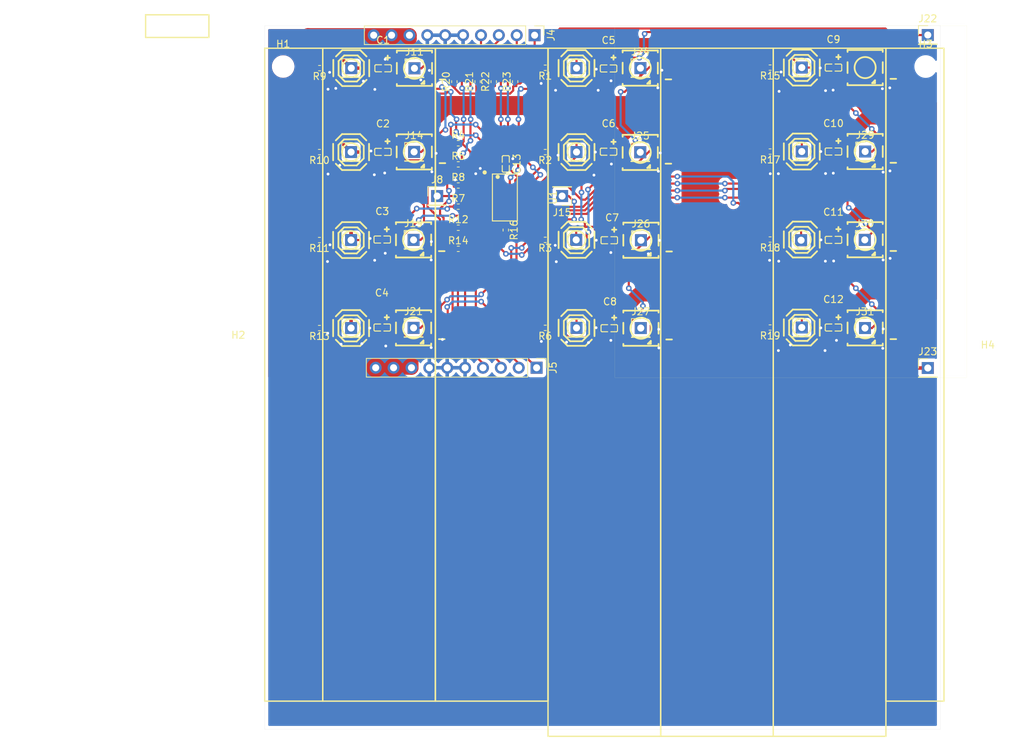
<source format=kicad_pcb>
(kicad_pcb (version 20211014) (generator pcbnew)
  (layers (0 "F.Cu" signal) (31 "B.Cu" power) (34 "B.Paste" user) (35 "F.Paste" user) (36 "B.SilkS" user "B.Silkscreen") (37 "F.SilkS" user "F.Silkscreen") (38 "B.Mask" user) (39 "F.Mask" user) (44 "Edge.Cuts" user))
  (net 0 "")
  (net 1 "Net-(J1-Pad1)")
  (net 2 "Net-(J2-Pad1)")
  (net 3 "+5V")
  (net 4 "Net-(J6-Pad1)")
  (net 5 "Net-(J7-Pad1)")
  (net 6 "Net-(J8-Pad1)")
  (net 7 "Net-(J10-Pad1)")
  (net 8 "Net-(J13-Pad1)")
  (net 9 "Net-(J15-Pad1)")
  (net 10 "Net-(J17-Pad1)")
  (net 11 "Net-(J18-Pad1)")
  (net 12 "GND")
  (net 13 "Net-(LED12-Pad4)")
  (net 14 "Net-(LED2-Pad4)")
  (net 15 "Net-(LED5-Pad4)")
  (net 16 "Net-(LED6-Pad4)")
  (net 17 "Net-(LED10-Pad4)")
  (net 18 "Net-(LED11-Pad4)")
  (net 19 "/PF1")
  (net 20 "/PF0")
  (net 21 "/PA14")
  (net 22 "/PA13")
  (net 23 "/SW6")
  (net 24 "/SW8")
  (net 25 "/SW9")
  (net 26 "/SW12")
  (net 27 "Net-(LED12-Pad2)")
  (net 28 "Net-(LED3-Pad2)")
  (net 29 "Net-(LED4-Pad2)")
  (net 30 "Net-(LED5-Pad2)")
  (net 31 "Net-(LED8-Pad2)")
  (net 32 "Net-(LED3-Pad4)")
  (net 33 "Net-(R14-Pad1)")
  (net 34 "Net-(R12-Pad1)")
  (net 35 "Net-(R5-Pad1)")
  (net 36 "Net-(R4-Pad1)")
  (net 37 "/WS2812b - Din")
  (footprint "Connector_PinHeader_2.54mm:PinHeader_1x01_P2.54mm_Vertical" (layer "F.Cu") (at 124.8 45.575)
    (fp_text reference "J10")
    (fp_text value "Conn_01x01")
  )
  (footprint "Resistor_SMD:R_0402_1005Metric" (layer "F.Cu") (at 184.3 82.425 180)
    (fp_text reference "R19")
    (fp_text value "10k")
  )
  (footprint "easyeda2kicadLocal:C0402" (layer "F.Cu") (at 161.45 82.525)
    (fp_text reference "C8")
    (fp_text value "100nf")
  )
  (footprint "easyeda2kicadLocal3:LED-SMD_4P-L5.0-W5.0-BL_XL-5050RGBC" (layer "F.Cu") (at 197.8 69.95 -90)
    (fp_text reference "LED11")
    (fp_text value "XL-5050RGBC-WS2812B")
  )
  (footprint "easyeda2kicad:SW-SMD_4P-L5.1-W5.1-P3.70-LS6.5-TL-2" (layer "F.Cu") (at 156.8 57.5)
    (fp_text reference "SW2")
    (fp_text value "TS-1187A-B-A-B")
  )
  (footprint "Connector_PinHeader_2.54mm:PinHeader_1x01_P2.54mm_Vertical" (layer "F.Cu") (at 133.65 82.475)
    (fp_text reference "J21")
    (fp_text value "Conn_01x01")
  )
  (footprint "Connector_PinHeader_2.54mm:PinHeader_1x01_P2.54mm_Vertical" (layer "F.Cu") (at 154.75 63.75 180)
    (fp_text reference "J15")
    (fp_text value "Conn_01x01")
  )
  (footprint "Resistor_SMD:R_0402_1005Metric" (layer "F.Cu") (at 120.3 45.575 180)
    (fp_text reference "R9")
    (fp_text value "10k")
  )
  (footprint "Resistor_SMD:R_0402_1005Metric" (layer "F.Cu") (at 145.034 47.498 90)
    (fp_text reference "R22")
    (fp_text value "0 ohm")
  )
  (footprint "Connector_PinHeader_2.54mm:PinHeader_1x01_P2.54mm_Vertical" (layer "F.Cu") (at 124.775 57.5)
    (fp_text reference "J9")
    (fp_text value "Conn_01x01")
  )
  (footprint "Resistor_SMD:R_0402_1005Metric" (layer "F.Cu") (at 120.275 82.5 180)
    (fp_text reference "R13")
    (fp_text value "10k")
  )
  (footprint "Resistor_SMD:R_0402_1005Metric" (layer "F.Cu") (at 140 71.25)
    (fp_text reference "R14")
    (fp_text value "0 ohm")
  )
  (footprint "easyeda2kicad:SW-SMD_4P-L5.1-W5.1-P3.70-LS6.5-TL-2" (layer "F.Cu") (at 124.775 70)
    (fp_text reference "SW7")
    (fp_text value "TS-1187A-B-A-B")
  )
  (footprint "easyeda2kicadLocal3:LED-SMD_4P-L5.0-W5.0-BL_XL-5050RGBC" (layer "F.Cu") (at 133.65 82.475 -90)
    (fp_text reference "LED4")
    (fp_text value "XL-5050RGBC-WS2812B")
  )
  (footprint "easyeda2kicadLocal:C0402" (layer "F.Cu") (at 161.35 57.45)
    (fp_text reference "C6")
    (fp_text value "100nf")
  )
  (footprint "easyeda2kicadLocal3:LED-SMD_4P-L5.0-W5.0-BL_XL-5050RGBC" (layer "F.Cu") (at 197.8 57.425 -90)
    (fp_text reference "LED10")
    (fp_text value "XL-5050RGBC-WS2812B")
  )
  (footprint "Connector_PinHeader_2.54mm:PinHeader_1x01_P2.54mm_Vertical" (layer "F.Cu") (at 156.8 57.5)
    (fp_text reference "J2")
    (fp_text value "Conn_01x01")
  )
  (footprint "easyeda2kicad:SW-SMD_4P-L5.1-W5.1-P3.70-LS6.5-TL-2" (layer "F.Cu") (at 124.775 57.5)
    (fp_text reference "SW6")
    (fp_text value "TS-1187A-B-A-B")
  )
  (footprint "easyeda2kicadLocal:C0402" (layer "F.Cu") (at 193.3 57.425)
    (fp_text reference "C10")
    (fp_text value "100nf")
  )
  (footprint "easyeda2kicadLocal:C0402" (layer "F.Cu") (at 129.2 69.925)
    (fp_text reference "C3")
    (fp_text value "100nf")
  )
  (footprint "easyeda2kicad:SW-SMD_4P-L5.1-W5.1-P3.70-LS6.5-TL-2" (layer "F.Cu") (at 188.8 69.925)
    (fp_text reference "SW11")
    (fp_text value "TS-1187A-B-A-B")
  )
  (footprint "easyeda2kicadLocal3:LED-SMD_4P-L5.0-W5.0-BL_XL-5050RGBC" (layer "F.Cu") (at 165.85 45.575 -90)
    (fp_text reference "LED5")
    (fp_text value "XL-5050RGBC-WS2812B")
  )
  (footprint "Connector_PinHeader_2.54mm:PinHeader_1x01_P2.54mm_Vertical" (layer "F.Cu") (at 188.8 82.425)
    (fp_text reference "J20")
    (fp_text value "Conn_01x01")
  )
  (footprint "Connector_PinHeader_2.54mm:PinHeader_1x01_P2.54mm_Vertical" (layer "F.Cu") (at 197.75 69.975)
    (fp_text reference "J30")
    (fp_text value "Conn_01x01")
  )
  (footprint "Connector_PinHeader_2.54mm:PinHeader_1x10_P2.54mm_Vertical" (layer "F.Cu") (at 151.13 88.138 -90)
    (fp_text reference "J5")
    (fp_text value "Conn_01x10")
  )
  (footprint "Connector_PinHeader_2.54mm:PinHeader_1x01_P2.54mm_Vertical" (layer "F.Cu") (at 206.7 40.875)
    (fp_text reference "J22")
    (fp_text value "Conn_01x01")
  )
  (footprint "Connector_PinHeader_2.54mm:PinHeader_1x01_P2.54mm_Vertical" (layer "F.Cu") (at 124.775 70)
    (fp_text reference "J13")
    (fp_text value "Conn_01x01")
  )
  (footprint "Resistor_SMD:R_0402_1005Metric" (layer "F.Cu") (at 140 62.25)
    (fp_text reference "R8")
    (fp_text value "10k")
  )
  (footprint "easyeda2kicad:SW-SMD_4P-L5.1-W5.1-P3.70-LS6.5-TL-2" (layer "F.Cu") (at 156.8 69.975)
    (fp_text reference "SW3")
    (fp_text value "TS-1187A-B-A-B")
  )
  (footprint "easyeda2kicadLocal3:LED-SMD_4P-L5.0-W5.0-BL_XL-5050RGBC" (layer "F.Cu") (at 165.85 57.55 -90)
    (fp_text reference "LED6")
    (fp_text value "XL-5050RGBC-WS2812B")
  )
  (footprint "easyeda2kicadLocal:C0402" (layer "F.Cu") (at 193.3 45.5)
    (fp_text reference "C9")
    (fp_text value "100nf")
  )
  (footprint "Connector_PinHeader_2.54mm:PinHeader_1x01_P2.54mm_Vertical" (layer "F.Cu") (at 197.775 82.5)
    (fp_text reference "J31")
    (fp_text value "Conn_01x01")
  )
  (footprint "Connector_PinHeader_2.54mm:PinHeader_1x01_P2.54mm_Vertical" (layer "F.Cu") (at 133.775 45.6)
    (fp_text reference "J11")
    (fp_text value "Conn_01x01")
  )
  (footprint "MountingHole:MountingHole_2.2mm_M2" (layer "F.Cu") (at 115.125 45.35)
    (fp_text reference "H1")
    (fp_text value "MountingHole")
  )
  (footprint "Connector_PinHeader_2.54mm:PinHeader_1x01_P2.54mm_Vertical" (layer "F.Cu") (at 156.8 45.575)
    (fp_text reference "J1")
    (fp_text value "Conn_01x01")
  )
  (footprint "easyeda2kicadLocal3:LED-SMD_4P-L5.0-W5.0-BL_XL-5050RGBC" (layer "F.Cu") (at 197.8 82.475 -90)
    (fp_text reference "LED12")
    (fp_text value "XL-5050RGBC-WS2812B")
  )
  (footprint "MountingHole:MountingHole_2.2mm_M2" (layer "F.Cu") (at 108.75 86.7)
    (fp_text reference "H2")
    (fp_text value "MountingHole")
  )
  (footprint "MountingHole:MountingHole_2.2mm_M2" (layer "F.Cu") (at 206.4 45.35)
    (fp_text reference "H3")
    (fp_text value "MountingHole")
  )
  (footprint "Resistor_SMD:R_0402_1005Metric" (layer "F.Cu") (at 139.446 47.498 90)
    (fp_text reference "R20")
    (fp_text value "0 ohm")
  )
  (footprint "easyeda2kicadLocal3:LED-SMD_4P-L5.0-W5.0-BL_XL-5050RGBC" (layer "F.Cu") (at 133.65 69.975 -90)
    (fp_text reference "LED3")
    (fp_text value "XL-5050RGBC-WS2812B")
  )
  (footprint "Connector_PinHeader_2.54mm:PinHeader_1x01_P2.54mm_Vertical" (layer "F.Cu") (at 197.8 57.425)
    (fp_text reference "J29")
    (fp_text value "Conn_01x01")
  )
  (footprint "easyeda2kicadLocal3:LED-SMD_4P-L5.0-W5.0-BL_XL-5050RGBC" (layer "F.Cu") (at 133.775 45.6 -90)
    (fp_text reference "LED1")
    (fp_text value "XL-5050RGBC-WS2812B")
  )
  (footprint "Resistor_SMD:R_0402_1005Metric" (layer "F.Cu") (at 152.35 57.5 180)
    (fp_text reference "R2")
    (fp_text value "10k")
  )
  (footprint "easyeda2kicad:SW-SMD_4P-L5.1-W5.1-P3.70-LS6.5-TL-2" (layer "F.Cu") (at 188.8 82.425)
    (fp_text reference "SW12")
    (fp_text value "TS-1187A-B-A-B")
  )
  (footprint "Connector_PinHeader_2.54mm:PinHeader_1x10_P2.54mm_Vertical" (layer "F.Cu") (at 150.845 40.9 -90)
    (fp_text reference "J4")
    (fp_text value "Conn_01x10")
  )
  (footprint "Resistor_SMD:R_0402_1005Metric" (layer "F.Cu") (at 120.275 57.5 180)
    (fp_text reference "R10")
    (fp_text value "10k")
  )
  (footprint "easyeda2kicad:TSSOP-20_L6.5-W4.4-P0.65-LS6.4-BL" (layer "F.Cu") (at 146.62 63.9525 -90)
    (fp_text reference "U1")
    (fp_text value "PY32F002AF15P6TU")
  )
  (footprint "Resistor_SMD:R_0402_1005Metric" (layer "F.Cu") (at 184.3 69.925 180)
    (fp_text reference "R18")
    (fp_text value "10k")
  )
  (footprint "Resistor_SMD:R_0402_1005Metric" (layer "F.Cu") (at 120.275 70 180)
    (fp_text reference "R11")
    (fp_text value "10k")
  )
  (footprint "easyeda2kicadLocal:C0402" (layer "F.Cu") (at 146.75 59.182 -90)
    (fp_text reference "C13")
    (fp_text value "100nf")
  )
  (footprint "easyeda2kicadLocal3:LED-SMD_4P-L5.0-W5.0-BL_XL-5050RGBC" (layer "F.Cu") (at 165.95 82.525 -90)
    (fp_text reference "LED8")
    (fp_text value "XL-5050RGBC-WS2812B")
  )
  (footprint "Resistor_SMD:R_0402_1005Metric" (layer "F.Cu") (at 140 65.25)
    (fp_text reference "R7")
    (fp_text value "DNP")
  )
  (footprint "Connector_PinHeader_2.54mm:PinHeader_1x01_P2.54mm_Vertical" (layer "F.Cu") (at 188.7 70.025)
    (fp_text reference "J18")
    (fp_text value "Conn_01x01")
  )
  (footprint "easyeda2kicad:SW-SMD_4P-L5.1-W5.1-P3.70-LS6.5-TL-2" (layer "F.Cu") (at 156.8 45.575)
    (fp_text reference "SW1")
    (fp_text value "TS-1187A-B-A-B")
  )
  (footprint "MountingHole:MountingHole_2.2mm_M2" (layer "F.Cu") (at 215.225 88.1)
    (fp_text reference "H4")
    (fp_text value "MountingHole")
  )
  (footprint "Resistor_SMD:R_0402_1005Metric" (layer "F.Cu") (at 140 68.25)
    (fp_text reference "R12")
    (fp_text value "0 ohm")
  )
  (footprint "easyeda2kicad:SW-SMD_4P-L5.1-W5.1-P3.70-LS6.5-TL-2" (layer "F.Cu") (at 156.8 82.475)
    (fp_text reference "SW4")
    (fp_text value "TS-1187A-B-A-B")
  )
  (footprint "Connector_PinHeader_2.54mm:PinHeader_1x01_P2.54mm_Vertical" (layer "F.Cu") (at 165.925 82.5)
    (fp_text reference "J27")
    (fp_text value "Conn_01x01")
  )
  (footprint "Resistor_SMD:R_0402_1005Metric" (layer "F.Cu") (at 184.3 57.425 180)
    (fp_text reference "R17")
    (fp_text value "10k")
  )
  (footprint "Resistor_SMD:R_0402_1005Metric" (layer "F.Cu") (at 152.35 45.525 180)
    (fp_text reference "R1")
    (fp_text value "10k")
  )
  (footprint "easyeda2kicad:SW-SMD_4P-L5.1-W5.1-P3.70-LS6.5-TL-2" (layer "F.Cu") (at 188.8 57.425)
    (fp_text reference "SW10")
    (fp_text value "TS-1187A-B-A-B")
  )
  (footprint "easyeda2kicadLocal:C0402" (layer "F.Cu") (at 129.2 82.425)
    (fp_text reference "C4")
    (fp_text value "100nf")
  )
  (footprint "Connector_PinHeader_2.54mm:PinHeader_1x01_P2.54mm_Vertical" (layer "F.Cu") (at 156.75 69.975)
    (fp_text reference "J6")
    (fp_text value "Conn_01x01")
  )
  (footprint "Resistor_SMD:R_0402_1005Metric" (layer "F.Cu") (at 148.082 47.498 90)
    (fp_text reference "R23")
    (fp_text value "0 ohm")
  )
  (footprint "Connector_PinHeader_2.54mm:PinHeader_1x01_P2.54mm_Vertical" (layer "F.Cu") (at 165.85 57.525)
    (fp_text reference "J25")
    (fp_text value "Conn_01x01")
  )
  (footprint "Resistor_SMD:R_0402_1005Metric" (layer "F.Cu") (at 140 56.25)
    (fp_text reference "R4")
    (fp_text value "0 ohm")
  )
  (footprint "Connector_PinHeader_2.54mm:PinHeader_1x01_P2.54mm_Vertical" (layer "F.Cu") (at 165.95 70.025)
    (fp_text reference "J26")
    (fp_text value "Conn_01x01")
  )
  (footprint "Connector_PinHeader_2.54mm:PinHeader_1x01_P2.54mm_Vertical" (layer "F.Cu") (at 188.8 45.5)
    (fp_text reference "J16")
    (fp_text value "Conn_01x01")
  )
  (footprint "easyeda2kicadLocal:C0402" (layer "F.Cu") (at 193.3 69.975)
    (fp_text reference "C11")
    (fp_text value "100nf")
  )
  (footprint "Resistor_SMD:R_0402_1005Metric" (layer "F.Cu") (at 146.75 68.58 -90)
    (fp_text reference "R16")
    (fp_text value "10k")
  )
  (footprint "Resistor_SMD:R_0402_1005Metric" (layer "F.Cu") (at 152.35 82.475 180)
    (fp_text reference "R6")
    (fp_text value "10k")
  )
  (footprint "Connector_PinHeader_2.54mm:PinHeader_1x01_P2.54mm_Vertical" (layer "F.Cu") (at 124.775 82.5)
    (fp_text reference "J12")
    (fp_text value "Conn_01x01")
  )
  (footprint "easyeda2kicadLocal:C0402" (layer "F.Cu") (at 161.45 70.025)
    (fp_text reference "C7")
    (fp_text value "100nf")
  )
  (footprint "easyeda2kicadLocal:C0402" (layer "F.Cu") (at 193.3 82.425)
    (fp_text reference "C12")
    (fp_text value "100nf")
  )
  (footprint "Connector_PinHeader_2.54mm:PinHeader_1x01_P2.54mm_Vertical" (layer "F.Cu") (at 165.875 45.575)
    (fp_text reference "J24")
    (fp_text value "Conn_01x01")
  )
  (footprint "Connector_PinHeader_2.54mm:PinHeader_1x01_P2.54mm_Vertical" (layer "F.Cu") (at 206.7 88.175)
    (fp_text reference "J23")
    (fp_text value "Conn_01x01")
  )
  (footprint "Resistor_SMD:R_0402_1005Metric" (layer "F.Cu") (at 142.748 47.498 90)
    (fp_text reference "R21")
    (fp_text value "0 ohm")
  )
  (footprint "Resistor_SMD:R_0402_1005Metric" (layer "F.Cu") (at 184.3 45.5 180)
    (fp_text reference "R15")
    (fp_text value "10k")
  )
  (footprint "easyeda2kicad:SW-SMD_4P-L5.1-W5.1-P3.70-LS6.5-TL-2" (layer "F.Cu") (at 124.8 45.575)
    (fp_text reference "SW5")
    (fp_text value "TS-1187A-B-A-B")
  )
  (footprint "easyeda2kicadLocal3:LED-SMD_4P-L5.0-W5.0-BL_XL-5050RGBC" (layer "F.Cu") (at 133.75 57.475 -90)
    (fp_text reference "LED2")
    (fp_text value "XL-5050RGBC-WS2812B")
  )
  (footprint "easyeda2kicadLocal:C0402" (layer "F.Cu") (at 129.325 45.6)
    (fp_text reference "C1")
    (fp_text value "100nf")
  )
  (footprint "Connector_PinHeader_2.54mm:PinHeader_1x01_P2.54mm_Vertical" (layer "F.Cu") (at 188.8 57.425)
    (fp_text reference "J17")
    (fp_text value "Conn_01x01")
  )
  (footprint "easyeda2kicadLocal3:LED-SMD_4P-L5.0-W5.0-BL_XL-5050RGBC" (layer "F.Cu") (at 197.8 45.5 -90)
    (fp_text reference "LED9")
    (fp_text value "XL-5050RGBC-WS2812B")
  )
  (footprint "easyeda2kicad:SW-SMD_4P-L5.1-W5.1-P3.70-LS6.5-TL-2" (layer "F.Cu") (at 188.8 45.5)
    (fp_text reference "SW9")
    (fp_text value "TS-1187A-B-A-B")
  )
  (footprint "Connector_PinHeader_2.54mm:PinHeader_1x01_P2.54mm_Vertical" (layer "F.Cu") (at 137 63.75)
    (fp_text reference "J8")
    (fp_text value "Conn_01x01")
  )
  (footprint "Resistor_SMD:R_0402_1005Metric" (layer "F.Cu") (at 140 59.25)
    (fp_text reference "R5")
    (fp_text value "0 ohm")
  )
  (footprint "easyeda2kicadLocal:C0402" (layer "F.Cu") (at 161.35 45.625)
    (fp_text reference "C5")
    (fp_text value "100nf")
  )
  (footprint "Resistor_SMD:R_0402_1005Metric" (layer "F.Cu") (at 152.35 69.975 180)
    (fp_text reference "R3")
    (fp_text value "10k")
  )
  (footprint "Connector_PinHeader_2.54mm:PinHeader_1x01_P2.54mm_Vertical" (layer "F.Cu") (at 156.8 82.475)
    (fp_text reference "J7")
    (fp_text value "Conn_01x01")
  )
  (footprint "easyeda2kicad:SW-SMD_4P-L5.1-W5.1-P3.70-LS6.5-TL-2" (layer "F.Cu") (at 124.775 82.5)
    (fp_text reference "SW8")
    (fp_text value "TS-1187A-B-A-B")
  )
  (footprint "easyeda2kicadLocal:C0402" (layer "F.Cu") (at 129.3 57.475)
    (fp_text reference "C2")
    (fp_text value "100nf")
  )
  (footprint "Connector_PinHeader_2.54mm:PinHeader_1x01_P2.54mm_Vertical" (layer "F.Cu") (at 133.65 69.975)
    (fp_text reference "J19")
    (fp_text value "Conn_01x01")
  )
  (footprint "easyeda2kicadLocal3:LED-SMD_4P-L5.0-W5.0-BL_XL-5050RGBC" (layer "F.Cu") (at 165.95 70.025 -90)
    (fp_text reference "LED7")
    (fp_text value "XL-5050RGBC-WS2812B")
  )
  (footprint "Connector_PinHeader_2.54mm:PinHeader_1x01_P2.54mm_Vertical" (layer "F.Cu") (at 133.725 57.475)
    (fp_text reference "J14")
    (fp_text value "Conn_01x01")
  )
  (gr_rect (start 75 112.5) (end 75 112.5) (layer "F.Cu") (width 0.2) (fill none))
  (gr_rect (start 75 112.5) (end 75 112.5) (layer "F.Cu") (width 0.2) (fill none))
  (gr_rect (start 75 112.5) (end 75 112.5) (layer "F.Cu") (width 0.2) (fill none))
  (gr_rect (start 120.75 42.75) (end 136.75 135.5) (layer "F.SilkS") (width 0.2) (fill none))
  (gr_rect (start 200.75 42.75) (end 209 135.5) (layer "F.SilkS") (width 0.2) (fill none))
  (gr_rect (start 112.5 42.75) (end 120.75 135.5) (layer "F.SilkS") (width 0.2) (fill none))
  (gr_rect (start 152.75 42.75) (end 168.75 140.5) (layer "F.SilkS") (width 0.2) (fill none))
  (gr_rect (start 162.24 39.53) (end 212.24 89.53) (layer "F.SilkS") (width 0.01) (fill none))
  (gr_rect (start 136.75 42.75) (end 152.75 135.5) (layer "F.SilkS") (width 0.2) (fill none))
  (gr_rect (start 95.585 38) (end 104.575 41.22) (layer "F.SilkS") (width 0.2) (fill none))
  (gr_rect (start 168.75 42.75) (end 184.75 140.5) (layer "F.SilkS") (width 0.2) (fill none))
  (gr_rect (start 184.75 42.75) (end 200.75 140.5) (layer "F.SilkS") (width 0.2) (fill none))
  (gr_rect (start 112.5 39.525) (end 208.5 139.525) (layer "Edge.Cuts") (width 0.02) (fill none))
  (segment (start 150.715454 61.6725) (end 151.659977 60.727977) (width 0.3) (layer "F.Cu") (net 1))
  (segment (start 149.49 61.6725) (end 150.715454 61.6725) (width 0.3) (layer "F.Cu") (net 1))
  (segment (start 152.86 45.525) (end 152.86 44.365) (width 0.3) (layer "F.Cu") (net 1))
  (segment (start 152.86 46.022) (end 152.86 45.525) (width 0.3) (layer "F.Cu") (net 1))
  (segment (start 149.098 57.15) (end 149.098 58.166) (width 0.3) (layer "F.Cu") (net 1))
  (segment (start 148.59 52.884997) (end 148.59 56.642) (width 0.3) (layer "F.Cu") (net 1))
  (segment (start 152.146 46.228) (end 152.654 46.228) (width 0.3) (layer "F.Cu") (net 1))
  (segment (start 160.1 43.725) (end 156.935 43.725) (width 0.3) (layer "F.Cu") (net 1))
  (segment (start 148.59 56.642) (end 149.098 57.15) (width 0.3) (layer "F.Cu") (net 1))
  (segment (start 148.549003 52.844) (end 148.59 52.884997) (width 0.3) (layer "F.Cu") (net 1))
  (segment (start 152.86 44.365) (end 153.5 43.725) (width 0.3) (layer "F.Cu") (net 1))
  (segment (start 156.935 43.725) (end 153.5 43.725) (width 0.3) (layer "F.Cu") (net 1))
  (segment (start 152.654 46.228) (end 152.86 46.022) (width 0.3) (layer "F.Cu") (net 1))
  (segment (start 156.8 45.575) (end 156.8 43.86) (width 0.3) (layer "F.Cu") (net 1))
  (segment (start 149.098 58.166) (end 150.600023 59.668023) (width 0.3) (layer "F.Cu") (net 1))
  (segment (start 156.8 43.86) (end 156.935 43.725) (width 0.3) (layer "F.Cu") (net 1))
  (segment (start 149.849417 48.524583) (end 152.146 46.228) (width 0.3) (layer "F.Cu") (net 1))
  (segment (start 148.894603 48.524583) (end 149.849417 48.524583) (width 0.3) (layer "F.Cu") (net 1))
  (via (at 150.600023 59.668023) (size 0.8) (drill 0.4) (layers "F.Cu" "B.Cu") (net 1))
  (via (at 151.659977 60.727977) (size 0.8) (drill 0.4) (layers "F.Cu" "B.Cu") (net 1))
  (via (at 148.894603 48.524583) (size 0.8) (drill 0.4) (layers "F.Cu" "B.Cu") (net 1))
  (via (at 148.549003 52.844) (size 0.8) (drill 0.4) (layers "F.Cu" "B.Cu") (net 1))
  (segment (start 151.659977 60.727977) (end 150.600023 59.668023) (width 0.3) (layer "B.Cu") (net 1))
  (segment (start 148.549003 48.870183) (end 148.894603 48.524583) (width 0.3) (layer "B.Cu") (net 1))
  (segment (start 148.549003 52.844) (end 148.549003 48.870183) (width 0.3) (layer "B.Cu") (net 1))
  (segment (start 156.948 55.65) (end 153.5 55.65) (width 0.3) (layer "F.Cu") (net 2))
  (segment (start 154.448 60.452) (end 156.8 58.1) (width 0.3) (layer "F.Cu") (net 2))
  (segment (start 151.2915 62.3225) (end 153.162 60.452) (width 0.3) (layer "F.Cu") (net 2))
  (segment (start 156.8 58.1) (end 156.8 57.5) (width 0.3) (layer "F.Cu") (net 2))
  (segment (start 149.49 62.3225) (end 151.2915 62.3225) (width 0.3) (layer "F.Cu") (net 2))
  (segment (start 160.1 55.65) (end 156.948 55.65) (width 0.3) (layer "F.Cu") (net 2))
  (segment (start 153.162 60.452) (end 154.448 60.452) (width 0.3) (layer "F.Cu") (net 2))
  (segment (start 156.8 55.798) (end 156.948 55.65) (width 0.3) (layer "F.Cu") (net 2))
  (segment (start 152.86 57.5) (end 152.86 56.29) (width 0.3) (layer "F.Cu") (net 2))
  (segment (start 152.86 56.29) (end 153.5 55.65) (width 0.3) (layer "F.Cu") (net 2))
  (segment (start 156.8 57.5) (end 156.8 55.798) (width 0.3) (layer "F.Cu") (net 2))
  (segment (start 172.72 75.905) (end 172.72 77.724) (width 2) (layer "F.Cu") (net 3))
  (segment (start 119.125 45.375) (end 119.125 42.875) (width 2) (layer "F.Cu") (net 3))
  (segment (start 197.866 42.759) (end 197.866 44.959) (width 2) (layer "F.Cu") (net 3))
  (segment (start 150.3055 61.0225) (end 151.638 59.69) (width 0.3) (layer "F.Cu") (net 3))
  (segment (start 197.295 78.295) (end 198.882 76.708) (width 2) (layer "F.Cu") (net 3))
  (segment (start 151.638 59.69) (end 151.892 59.436) (width 0.3) (layer "F.Cu") (net 3))
  (segment (start 196.342 66.802) (end 197.104 66.04) (width 0.3) (layer "F.Cu") (net 3))
  (segment (start 202.158 76.708) (end 202.875 77.425) (width 2) (layer "F.Cu") (net 3))
  (segment (start 128.625 77.875) (end 131.25 80.5) (width 2) (layer "F.Cu") (net 3))
  (segment (start 153.312982 42.013018) (end 154.836982 42.013018) (width 0.3) (layer "F.Cu") (net 3))
  (segment (start 162 82.525) (end 162 82.475) (width 0.3) (layer "F.Cu") (net 3))
  (segment (start 198.17 77.42) (end 197.295 78.295) (width 2) (layer "F.Cu") (net 3))
  (segment (start 161.544 83.312) (end 162 82.856) (width 0.3) (layer "F.Cu") (net 3))
  (segment (start 193.85 69.9) (end 195.3 68.45) (width 0.3) (layer "F.Cu") (net 3))
  (segment (start 172.72 77.724) (end 165.608 77.724) (width 2) (layer "F.Cu") (net 3))
  (segment (start 184.415 54.61) (end 196.088 54.61) (width 0.3) (layer "F.Cu") (net 3))
  (segment (start 119.125 49.783) (end 119.125 51.561) (width 2) (layer "F.Cu") (net 3))
  (segment (start 184.658 66.548) (end 196.596 66.548) (width 0.3) (layer "F.Cu") (net 3))
  (segment (start 119.075 88.525) (end 131.451 88.525) (width 2) (layer "F.Cu") (net 3))
  (segment (start 172.72 77.724) (end 173.026 77.724) (width 2) (layer "F.Cu") (net 3))
  (segment (start 131.275 43.225) (end 131.25 43.25) (width 2) (layer "F.Cu") (net 3))
  (segment (start 129.75 69.875) (end 131.15 68.475) (width 0.5) (layer "F.Cu") (net 3))
  (segment (start 140.716 50.546) (end 151.13 50.546) (width 2) (layer "F.Cu") (net 3))
  (segment (start 197.135 66.04) (end 195.25 67.925) (width 2) (layer "F.Cu") (net 3))
  (segment (start 161.9 45.525) (end 163.35 44.075) (width 0.3) (layer "F.Cu") (net 3))
  (segment (start 119.125 52.875) (end 119.125 64.375) (width 2) (layer "F.Cu") (net 3))
  (segment (start 155.194 83.312) (end 155.702 83.82) (width 0.3) (layer "F.Cu") (net 3))
  (segment (start 131.15 81.025) (end 129.75 82.425) (width 0.5) (layer "F.Cu") (net 3))
  (segment (start 172.72 65.786) (end 172.72 75.905) (width 2) (layer "F.Cu") (net 3))
  (segment (start 171.45 50.546) (end 172.72 49.276) (width 2) (layer "F.Cu") (net 3))
  (segment (start 119.125 87.123) (end 119.502 87.5) (width 2) (layer "F.Cu") (net 3))
  (segment (start 193.85 45.5) (end 193.85 45.45) (width 0.3) (layer "F.Cu") (net 3))
  (segment (start 201.265 66.04) (end 198.365 66.04) (width 2) (layer "F.Cu") (net 3))
  (segment (start 131.572 41.453) (end 131.275 41.75) (width 2) (layer "F.Cu") (net 3))
  (segment (start 174.498 42.823) (end 174.498 76.2) (width 2) (layer "F.Cu") (net 3))
  (segment (start 161.9 45.625) (end 161.9 45.525) (width 0.3) (layer "F.Cu") (net 3))
  (segment (start 183.79 79.862) (end 184.277 79.375) (width 0.3) (layer "F.Cu") (net 3))
  (segment (start 183.79 55.235) (end 184.415 54.61) (width 0.3) (layer "F.Cu") (net 3))
  (segment (start 196.596 66.548) (end 200.923 62.221) (width 2) (layer "F.Cu") (net 3))
  (segment (start 136.609 52.875) (end 137.287 52.197) (width 2) (layer "F.Cu") (net 3))
  (segment (start 133.096 40.931) (end 133.065 40.9) (width 2) (layer "F.Cu") (net 3))
  (segment (start 163.83 52.07) (end 165.1 53.34) (width 2) (layer "F.Cu") (net 3))
  (segment (start 195.3 44) (end 195.3 42.35) (width 0.3) (layer "F.Cu") (net 3))
  (segment (start 151.84 57.5) (end 151.892 57.552) (width 0.3) (layer "F.Cu") (net 3))
  (segment (start 137.287 52.197) (end 138.938 50.546) (width 2) (layer "F.Cu") (net 3))
  (segment (start 148.572161 61.0225) (end 149.49 61.0225) (width 0.3) (layer "F.Cu") (net 3))
  (segment (start 131.15 80.975) (end 131.15 81.025) (width 0.5) (layer "F.Cu") (net 3))
  (segment (start 120.526 86.49) (end 119.125 85.089) (width 2) (layer "F.Cu") (net 3))
  (segment (start 196.907 41.8) (end 197.866 42.759) (width 2) (layer "F.Cu") (net 3))
  (segment (start 202.946 52.578) (end 199.39 52.578) (width 2) (layer "F.Cu") (net 3))
  (segment (start 133.096 41.404) (end 133.096 40.931) (width 2) (layer "F.Cu") (net 3))
  (segment (start 128.125 64.375) (end 131.5 67.75) (width 2) (layer "F.Cu") (net 3))
  (segment (start 119.125 51.561) (end 119.125 52.875) (width 2) (layer "F.Cu") (net 3))
  (segment (start 198.365 66.04) (end 197.104 66.04) (width 2) (layer "F.Cu") (net 3))
  (segment (start 184.277 79.375) (end 196.215 79.375) (width 0.3) (layer "F.Cu") (net 3))
  (segment (start 119.125 87.123) (end 119.125 88.475) (width 2) (layer "F.Cu") (net 3))
  (segment (start 165.1 65.786) (end 163.322 67.564) (width 2) (layer "F.Cu") (net 3))
  (segment (start 172.72 53.34) (end 172.72 65.786) (width 2) (layer "F.Cu") (net 3))
  (segment (start 172.72 49.276) (end 172.72 42.926) (width 2) (layer "F.Cu") (net 3))
  (segment (start 154.836982 42.013018) (end 155.702 41.148) (width 0.3) (layer "F.Cu") (net 3))
  (segment (start 202.946 66.04) (end 202.946 52.578) (width 2) (layer "F.Cu") (net 3))
  (segment (start 197.866 50.941) (end 197.025 50.1) (width 2) (layer "F.Cu") (net 3))
  (segment (start 183.79 57.425) (end 183.79 55.235) (width 0.3) (layer "F.Cu") (net 3))
  (segment (start 172.294 41.8) (end 171.944 42.15) (width 2) (layer "F.Cu") (net 3))
  (segment (start 171.944 42.15) (end 167.663242 42.15) (width 2) (layer "F.Cu") (net 3))
  (segment (start 174.375 42.7) (end 174.498 42.823) (width 2) (layer "F.Cu") (net 3))
  (segment (start 147.77 63.252967) (end 148.104331 62.918636) (width 0.3) (layer "F.Cu") (net 3))
  (segment (start 151.84 69.975) (end 151.84 72.592) (width 0.3) (layer "F.Cu") (net 3))
  (segment (start 129.85 57.475) (end 129.85 57.375) (width 0.5) (layer "F.Cu") (net 3))
  (segment (start 165.608 77.724) (end 165.676 77.724) (width 2) (layer "F.Cu") (net 3))
  (segment (start 119.125 88.475) (end 119.075 88.525) (width 2) (layer "F.Cu") (net 3))
  (segment (start 200.704 74.846) (end 198.882 76.668) (width 2) (layer "F.Cu") (net 3))
  (segment (start 119.125 64.375) (end 119.125 77.875) (width 2) (layer "F.Cu") (net 3))
  (segment (start 119.125 45.375) (end 119.125 49.783) (width 2) (layer "F.Cu") (net 3))
  (segment (start 131.275 41.75) (end 120.25 41.75) (width 2) (layer "F.Cu") (net 3))
  (segment (start 119.125 41.911) (end 119.125 42.875) (width 2) (layer "F.Cu") (net 3))
  (segment (start 197.866 51.054) (end 199.39 52.578) (width 2) (layer "F.Cu") (net 3))
  (segment (start 198.365 66.04) (end 197.135 66.04) (width 2) (layer "F.Cu") (net 3))
  (segment (start 152.4 83.312) (end 155.194 83.312) (width 0.3) (layer "F.Cu") (net 3))
  (segment (start 183.79 67.416) (end 184.658 66.548) (width 0.3) (layer "F.Cu") (net 3))
  (segment (start 201.265 65.465) (end 200.3 64.5) (width 2) (layer "F.Cu") (net 3))
  (segment (start 198.12 52.578) (end 196.088 54.61) (width 2) (layer "F.Cu") (net 3))
  (segment (start 136.651 51.561) (end 137.287 52.197) (width 2) (layer "F.Cu") (net 3))
  (segment (start 118.65 40.9) (end 118.3 41.25) (width 2) (layer "F.Cu") (net 3))
  (segment (start 160.528 50.546) (end 171.45 50.546) (width 2) (layer "F.Cu") (net 3))
  (segment (start 129.125 52.875) (end 132 55.75) (width 2) (layer "F.Cu") (net 3))
  (segment (start 183.79 45.5) (end 183.79 41.804) (width 0.3) (layer "F.Cu") (net 3))
  (segment (start 123.196 88.138) (end 131.838 88.138) (width 2) (layer "F.Cu") (net 3))
  (segment (start 172.72 65.786) (end 165.1 65.786) (width 2) (layer "F.Cu") (net 3))
  (segment (start 183.79 41.804) (end 183.134 41.148) (width 0.3) (layer "F.Cu") (net 3))
  (segment (start 119.888 50.546) (end 119.125 49.783) (width 2) (layer "F.Cu") (net 3))
  (segment (start 202.946 77.354) (end 202.875 77.425) (width 2) (layer "F.Cu") (net 3))
  (segment (start 133.35 88.138) (end 133.35 87) (width 2) (layer "F.Cu") (net 3))
  (segment (start 119.125 77.875) (end 128.625 77.875) (width 2) (layer "F.Cu") (net 3))
  (segment (start 120.25 41.75) (end 119.125 42.875) (width 2) (layer "F.Cu") (net 3))
  (segment (start 161.9 57.45) (end 161.95 57.45) (width 0.3) (layer "F.Cu") (net 3))
  (segment (start 131.275 43.225) (end 133.096 41.404) (width 2) (layer "F.Cu") (net 3))
  (segment (start 147.77 68.07) (end 147.77 63.252967) (width 0.3) (layer "F.Cu") (net 3))
  (segment (start 159.004 83.312) (end 161.544 83.312) (width 0.3) (layer "F.Cu") (net 3))
  (segment (start 129.75 69.925) (end 129.75 69.875) (width 0.5) (layer "F.Cu") (net 3))
  (segment (start 193.85 69.975) (end 193.85 69.9) (width 0.3) (layer "F.Cu") (net 3))
  (segment (start 140.716 50.546) (end 119.888 50.546) (width 2) (layer "F.Cu") (net 3))
  (segment (start 194.707 41.8) (end 197.866 44.959) (width 2) (layer "F.Cu") (net 3))
  (segment (start 202.946 52.578) (end 201.753 52.578) (width 2) (layer "F.Cu") (net 3))
  (segment (start 202.946 66.04) (end 202.946 74.846) (width 2) (layer "F.Cu") (net 3))
  (segment (start 151.84 72.592) (end 153.67 74.422) (width 0.3) (layer "F.Cu") (net 3))
  (segment (start 183.79 82.425) (end 183.79 79.862) (width 0.3) (layer "F.Cu") (net 3))
  (segment (start 201.753 52.578) (end 197.866 48.691) (width 2) (layer "F.Cu") (net 3))
  (segment (start 172.72 49.276) (end 172.72 51.562) (width 2) (layer "F.Cu") (net 3))
  (segment (start 163.648 41.148) (end 164.8 42.3) (width 0.3) (layer "F.Cu") (net 3))
  (segment (start 146.75 59.732) (end 147.108 59.732) (width 0.3) (layer "F.Cu") (net 3))
  (segment (start 151.84 57.5) (end 151.84 56.844) (width 0.3) (layer "F.Cu") (net 3))
  (segment (start 161.544 51.562) (end 164.211 54.229) (width 2) (layer "F.Cu") (net 3))
  (segment (start 122.558 87.5) (end 121.536 87.5) (width 2) (layer "F.Cu") (net 3))
  (segment (start 165.676 77.724) (end 167.495 75.905) (width 2) (layer "F.Cu") (net 3))
  (segment (start 119.125 64.375) (end 128.125 64.375) (width 2) (layer "F.Cu") (net 3))
  (segment (start 200.923 62.221) (end 202.946 62.221) (width 2) (layer "F.Cu") (net 3))
  (segment (start 120.526 87.5) (end 120.526 86.49) (width 2) (layer "F.Cu") (net 3))
  (segment (start 131.5 67.75) (end 131.5 68.125) (width 2) (layer "F.Cu") (net 3))
  (segment (start 129.85 57.375) (end 131.25 55.975) (width 0.5) (layer "F.Cu") (net 3))
  (segment (start 119.502 87.5) (end 120.526 87.5) (width 2) (layer "F.Cu") (net 3))
  (segment (start 119.125 85.089) (end 119.125 87.123) (width 2) (layer "F.Cu") (net 3))
  (segment (start 149.49 61.0225) (end 150.3055 61.0225) (width 0.3) (layer "F.Cu") (net 3))
  (segment (start 151.84 56.844) (end 150.622 55.626) (width 0.3) (layer "F.Cu") (net 3))
  (segment (start 200.3 64.5) (end 200.575 64.225) (width 2) (layer "F.Cu") (net 3))
  (segment (start 158.496 83.82) (end 159.004 83.312) (width 0.3) (layer "F.Cu") (net 3))
  (segment (start 155.702 83.82) (end 158.496 83.82) (width 0.3) (layer "F.Cu") (net 3))
  (segment (start 138.755955 65.25) (end 139.49 65.25) (width 0.3) (layer "F.Cu") (net 3))
  (segment (start 164.8 42.3) (end 163.75 43.35) (width 2) (layer "F.Cu") (net 3))
  (segment (start 198.882 76.708) (end 202.158 76.708) (width 2) (layer "F.Cu") (net 3))
  (segment (start 194.75 41.8) (end 193.7 41.8) (width 2) (layer "F.Cu") (net 3))
  (segment (start 165.1 53.34) (end 164.211 54.229) (width 2) (layer "F.Cu") (net 3))
  (segment (start 131.838 88.138) (end 133.35 88.138) (width 2) (layer "F.Cu") (net 3))
  (segment (start 172.72 42.926) (end 171.944 42.15) (width 2) (layer "F.Cu") (net 3))
  (segment (start 193.85 57.375) (end 195.3 55.925) (width 0.3) (layer "F.Cu") (net 3))
  (segment (start 161.95 57.45) (end 163.35 56.05) (width 0.3) (layer "F.Cu") (net 3))
  (segment (start 157.734 74.422) (end 163.322 80.01) (width 0.3) (layer "F.Cu") (net 3))
  (segment (start 197.295 78.295) (end 196.215 79.375) (width 2) (layer "F.Cu") (net 3))
  (segment (start 162 82.475) (end 163.45 81.025) (width 0.3) (layer "F.Cu") (net 3))
  (segment (start 202.875 77.425) (end 198.175 77.425) (width 2) (layer "F.Cu") (net 3))
  (segment (start 173.026 77.724) (end 174.5 76.25) (width 2) (layer "F.Cu") (net 3))
  (segment (start 199.39 52.578) (end 198.12 52.578) (width 2) (layer "F.Cu") (net 3))
  (segment (start 202.946 66.04) (end 201.265 66.04) (width 2) (layer "F.Cu") (net 3))
  (segment (start 172.72 53.34) (end 165.1 53.34) (width 2) (layer "F.Cu") (net 3))
  (segment (start 120.25 41.75) (end 124.874 41.75) (width 2) (layer "F.Cu") (net 3))
  (segment (start 197.866 44.959) (end 197.866 48.691) (width 2) (layer "F.Cu") (net 3))
  (segment (start 127.297 52.875) (end 136.609 52.875) (width 2) (layer "F.Cu") (net 3))
  (segment (start 133.35 87) (end 133.325 86.975) (width 2) (layer "F.Cu") (net 3))
  (segment (start 131.775 55.975) (end 131.25 55.975) (width 2) (layer "F.Cu") (net 3))
  (segment (start 148.104331 62.918636) (end 148.104331 61.49033) (width 0.3) (layer "F.Cu") (net 3))
  (segment (start 134.1005 65.5245) (end 131.15 68.475) (width 0.3) (layer "F.Cu") (net 3))
  (segment (start 198.882 76.668) (end 198.882 76.708) (width 2) (layer "F.Cu") (net 3))
  (segment (start 151.84 45.525) (end 151.84 43.486) (width 0.3) (layer "F.Cu") (net 3))
  (segment (start 201.55 64.225) (end 201.55 63.617) (width 2) (layer "F.Cu") (net 3))
  (segment (start 164.338 51.562) (end 163.83 52.07) (width 2) (layer "F.Cu") (net 3))
  (segment (start 133.065 40.9) (end 118.65 40.9) (width 2) (layer "F.Cu") (net 3))
  (segment (start 133.325 86.975) (end 121.051 86.975) (width 2) (layer "F.Cu") (net 3))
  (segment (start 193.7 41.8) (end 194.707 41.8) (width 2) (layer "F.Cu") (net 3))
  (segment (start 195.3 42.35) (end 194.75 41.8) (width 0.3) (layer "F.Cu") (net 3))
  (segment (start 197.866 48.691) (end 197.866 51.054) (width 2) (layer "F.Cu") (net 3))
  (segment (start 129.875 45.5) (end 131.275 44.1) (width 0.5) (layer "F.Cu") (net 3))
  (segment (start 122.558 87.5) (end 123.196 88.138) (width 2) (layer "F.Cu") (net 3))
  (segment (start 201.265 66.04) (end 201.265 65.465) (width 2) (layer "F.Cu") (net 3))
  (segment (start 151.84 82.752) (end 152.4 83.312) (width 0.3) (layer "F.Cu") (net 3))
  (segment (start 162 69.975) (end 163.45 68.525) (width 0.3) (layer "F.Cu") (net 3))
  (segment (start 121.051 86.975) (end 120.526 87.5) (width 2) (layer "F.Cu") (net 3))
  (segment (start 164.211 54.229) (end 163.322 55.118) (width 2) (layer "F.Cu") (net 3))
  (segment (start 162 82.856) (end 162 82.525) (width 0.3) (layer "F.Cu") (net 3))
  (segment (start 201.55 63.617) (end 202.946 62.221) (width 2) (layer "F.Cu") (net 3))
  (segment (start 194.75 41.8) (end 196.907 41.8) (width 2) (layer "F.Cu") (net 3))
  (segment (start 193.85 57.425) (end 193.85 57.375) (width 0.3) (layer "F.Cu") (net 3))
  (segment (start 119.125 52.875) (end 127.297 52.875) (width 2) (layer "F.Cu") (net 3))
  (segment (start 151.892 57.552) (end 151.892 59.436) (width 0.3) (layer "F.Cu") (net 3))
  (segment (start 146.75 69.09) (end 147.77 68.07) (width 0.3) (layer "F.Cu") (net 3))
  (segment (start 196.215 79.375) (end 195.326 80.264) (width 2) (layer "F.Cu") (net 3))
  (segment (start 131.275 41.75) (end 131.275 44.1) (width 2) (layer "F.Cu") (net 3))
  (segment (start 131.275 41.75) (end 131.275 43.225) (width 2) (layer "F.Cu") (net 3))
  (segment (start 155.702 41.148) (end 163.648 41.148) (width 0.3) (layer "F.Cu") (net 3))
  (segment (start 131.5 68.125) (end 131.15 68.475) (width 2) (layer "F.Cu") (net 3))
  (segment (start 151.13 50.546) (end 150.622 51.054) (width 2) (layer "F.Cu") (net 3))
  (segment (start 172.72 51.562) (end 172.72 53.34) (width 2) (layer "F.Cu") (net 3))
  (segment (start 131.451 88.525) (end 131.838 88.138) (width 2) (layer "F.Cu") (net 3))
  (segment (start 183.79 69.925) (end 183.79 67.416) (width 0.3) (layer "F.Cu") (net 3))
  (segment (start 151.84 43.486) (end 153.312982 42.013018) (width 0.3) (layer "F.Cu") (net 3))
  (segment (start 162 70.025) (end 162 69.975) (width 0.3) (layer "F.Cu") (net 3))
  (segment (start 198.175 77.425) (end 198.17 77.42) (width 2) (layer "F.Cu") (net 3))
  (segment (start 147.108 59.732) (end 148.3985 61.0225) (width 0.3) (layer "F.Cu") (net 3))
  (segment (start 165.608 77.724) (end 163.322 80.01) (width 2) (layer "F.Cu") (net 3))
  (segment (start 172.72 51.562) (end 164.338 51.562) (width 2) (layer "F.Cu") (net 3))
  (segment (start 196.088 54.61) (end 195.326 55.372) (width 2) (layer "F.Cu") (net 3))
  (segment (start 148.104331 61.49033) (end 148.572161 61.0225) (width 0.3) (layer "F.Cu") (net 3))
  (segment (start 167.4 42.3) (end 164.8 42.3) (width 2) (layer "F.Cu") (net 3))
  (segment (start 153.67 74.422) (end 157.734 74.422) (width 0.3) (layer "F.Cu") (net 3))
  (segment (start 127.297 52.875) (end 129.125 52.875) (width 2) (layer "F.Cu") (net 3))
  (segment (start 193.85 45.45) (end 195.3 44) (width 0.3) (layer "F.Cu") (net 3))
  (segment (start 150.622 51.054) (end 150.622 55.626) (width 2) (layer "F.Cu") (net 3))
  (segment (start 200.575 64.225) (end 201.55 64.225) (width 2) (layer "F.Cu") (net 3))
  (segment (start 202.946 74.846) (end 202.946 77.354) (width 2) (layer "F.Cu") (net 3))
  (segment (start 137.287 52.197) (end 138.2395 51.2445) (width 2) (layer "F.Cu") (net 3))
  (segment (start 161.2265 51.2445) (end 161.544 51.562) (width 2) (layer "F.Cu") (net 3))
  (segment (start 129.875 45.6) (end 129.875 45.5) (width 0.5) (layer "F.Cu") (net 3))
  (segment (start 132 55.75) (end 131.775 55.975) (width 2) (layer "F.Cu") (net 3))
  (segment (start 151.84 82.475) (end 151.84 82.752) (width 0.3) (layer "F.Cu") (net 3))
  (segment (start 120.526 87.5) (end 122.558 87.5) (width 2) (layer "F.Cu") (net 3))
  (segment (start 202.946 74.846) (end 200.704 74.846) (width 2) (layer "F.Cu") (net 3))
  (segment (start 119.125 77.875) (end 119.125 85.089) (width 2) (layer "F.Cu") (net 3))
  (segment (start 160.528 50.546) (end 161.544 51.562) (width 2) (layer "F.Cu") (net 3))
  (segment (start 193.85 82.425) (end 195.3 80.975) (width 0.3) (layer "F.Cu") (net 3))
  (segment (start 197.104 66.04) (end 196.596 66.548) (width 2) (layer "F.Cu") (net 3))
  (segment (start 193.7 41.8) (end 172.294 41.8) (width 2) (layer "F.Cu") (net 3))
  (segment (start 119.125 51.561) (end 136.651 51.561) (width 2) (layer "F.Cu") (net 3))
  (segment (start 138.2395 51.2445) (end 161.2265 51.2445) (width 2) (layer "F.Cu") (net 3))
  (segment (start 138.938 50.546) (end 140.716 50.546) (width 2) (layer "F.Cu") (net 3))
  (segment (start 121.536 87.5) (end 120.526 86.49) (width 2) (layer "F.Cu") (net 3))
  (segment (start 138.436146 65.569809) (end 138.755955 65.25) (width 0.3) (layer "F.Cu") (net 3))
  (segment (start 197.866 51.054) (end 197.866 50.941) (width 2) (layer "F.Cu") (net 3))
  (segment (start 151.13 50.546) (end 160.528 50.546) (width 2) (layer "F.Cu") (net 3))
  (segment (start 167.495 75.905) (end 172.72 75.905) (width 2) (layer "F.Cu") (net 3))
  (segment (start 148.3985 61.0225) (end 149.49 61.0225) (width 0.3) (layer "F.Cu") (net 3))
  (via (at 138.436146 65.569809) (size 0.8) (drill 0.4) (layers "F.Cu" "B.Cu") (net 3))
  (via (at 134.1005 65.5245) (size 0.8) (drill 0.4) (layers "F.Cu" "B.Cu") (net 3))
  (segment (start 134.108 65.532) (end 134.1005 65.5245) (width 0.3) (layer "B.Cu") (net 3))
  (segment (start 138.398337 65.532) (end 134.108 65.532) (width 0.3) (layer "B.Cu") (net 3))
  (segment (start 138.436146 65.569809) (end 138.398337 65.532) (width 0.3) (layer "B.Cu") (net 3))
  (segment (start 160.1 68.125) (end 158.189 68.125) (width 0.3) (layer "F.Cu") (net 4))
  (segment (start 157.507197 63.229243) (end 157.507197 62.003197) (width 0.3) (layer "F.Cu") (net 4))
  (segment (start 153.416 61.214) (end 151.6575 62.9725) (width 0.3) (layer "F.Cu") (net 4))
  (segment (start 157.463503 67.056) (end 157.988 67.580497) (width 0.3) (layer "F.Cu") (net 4))
  (segment (start 157.988 67.924) (end 158.189 68.125) (width 0.3) (layer "F.Cu") (net 4))
  (segment (start 152.86 68.765) (end 153.5 68.125) (width 0.3) (layer "F.Cu") (net 4))
  (segment (start 156.718 61.214) (end 153.416 61.214) (width 0.3) (layer "F.Cu") (net 4))
  (segment (start 157.507197 62.003197) (end 156.718 61.214) (width 0.3) (layer "F.Cu") (net 4))
  (segment (start 158.189 68.125) (end 156.919 68.125) (width 0.3) (layer "F.Cu") (net 4))
  (segment (start 151.6575 62.9725) (end 149.49 62.9725) (width 0.3) (layer "F.Cu") (net 4))
  (segment (start 152.86 69.975) (end 152.86 68.765) (width 0.3) (layer "F.Cu") (net 4))
  (segment (start 156.75 69.975) (end 156.75 68.294) (width 0.3) (layer "F.Cu") (net 4))
  (segment (start 157.988 67.580497) (end 157.988 67.924) (width 0.3) (layer "F.Cu") (net 4))
  (segment (start 156.919 68.125) (end 153.5 68.125) (width 0.3) (layer "F.Cu") (net 4))
  (segment (start 156.75 68.294) (end 156.919 68.125) (width 0.3) (layer "F.Cu") (net 4))
  (via (at 157.463503 67.056) (size 0.8) (drill 0.4) (layers "F.Cu" "B.Cu") (net 4))
  (via (at 157.507197 63.229243) (size 0.8) (drill 0.4) (layers "F.Cu" "B.Cu") (net 4))
  (segment (start 157.48 63.25644) (end 157.48 67.039503) (width 0.3) (layer "B.Cu") (net 4))
  (segment (start 157.507197 63.229243) (end 157.48 63.25644) (width 0.3) (layer "B.Cu") (net 4))
  (segment (start 157.48 67.039503) (end 157.463503 67.056) (width 0.3) (layer "B.Cu") (net 4))
  (segment (start 156.8 82.475) (end 156.8 80.69) (width 0.3) (layer "F.Cu") (net 5))
  (segment (start 149.49 63.6325) (end 148.68 63.6325) (width 0.3) (layer "F.Cu") (net 5))
  (segment (start 148.27 64.0425) (end 148.27 75.395) (width 0.3) (layer "F.Cu") (net 5))
  (segment (start 148.68 63.6325) (end 148.27 64.0425) (width 0.3) (layer "F.Cu") (net 5))
  (segment (start 156.865 80.625) (end 153.5 80.625) (width 0.3) (layer "F.Cu") (net 5))
  (segment (start 160.1 80.625) (end 156.865 80.625) (width 0.3) (layer "F.Cu") (net 5))
  (segment (start 148.27 75.395) (end 153.5 80.625) (width 0.3) (layer "F.Cu") (net 5))
  (segment (start 152.86 81.265) (end 153.5 80.625) (width 0.3) (layer "F.Cu") (net 5))
  (segment (start 156.8 80.69) (end 156.865 80.625) (width 0.3) (layer "F.Cu") (net 5))
  (segment (start 152.86 82.475) (end 152.86 81.265) (width 0.3) (layer "F.Cu") (net 5))
  (segment (start 140.51 62.25) (end 141.8925 63.6325) (width 0.3) (layer "F.Cu") (net 6))
  (segment (start 140.51 65.23) (end 142.1075 63.6325) (width 0.3) (layer "F.Cu") (net 6))
  (segment (start 141.8925 63.6325) (end 141.775 63.75) (width 0.3) (layer "F.Cu") (net 6))
  (segment (start 141.8925 63.6325) (end 142.1075 63.6325) (width 0.3) (layer "F.Cu") (net 6))
  (segment (start 141.775 63.75) (end 137 63.75) (width 0.3) (layer "F.Cu") (net 6))
  (segment (start 140.51 65.25) (end 140.51 65.23) (width 0.3) (layer "F.Cu") (net 6))
  (segment (start 142.1075 63.6325) (end 143.75 63.6325) (width 0.3) (layer "F.Cu") (net 6))
  (segment (start 129.54 48.26) (end 129.54 46.736) (width 0.3) (layer "F.Cu") (net 7))
  (segment (start 145.034 62.4985) (end 145.034 57.658) (width 0.3) (layer "F.Cu") (net 7))
  (segment (start 139.7 52.905819) (end 139.7 54.61) (width 0.3) (layer "F.Cu") (net 7))
  (segment (start 126.8065 45.0185) (end 128.1 43.725) (width 0.5) (layer "F.Cu") (net 7))
  (segment (start 120.81 44.415) (end 121.5 43.725) (width 0.5) (layer "F.Cu") (net 7))
  (segment (start 129.286 46.482) (end 127.762 46.482) (width 0.3) (layer "F.Cu") (net 7))
  (segment (start 145.034 57.658) (end 142.24 54.864) (width 0.3) (layer "F.Cu") (net 7))
  (segment (start 144.56 62.9725) (end 145.034 62.4985) (width 0.3) (layer "F.Cu") (net 7))
  (segment (start 124.8 45.575) (end 126.25 45.575) (width 0.5) (layer "F.Cu") (net 7))
  (segment (start 120.81 45.575) (end 120.81 44.415) (width 0.5) (layer "F.Cu") (net 7))
  (segment (start 127.762 46.482) (end 126.746 45.466) (width 0.3) (layer "F.Cu") (net 7))
  (segment (start 121.5 43.725) (end 122.95 43.725) (width 0.5) (layer "F.Cu") (net 7))
  (segment (start 126.25 45.575) (end 126.8065 45.0185) (width 0.5) (layer "F.Cu") (net 7))
  (segment (start 138.256 49.196) (end 130.476 49.196) (width 0.3) (layer "F.Cu") (net 7))
  (segment (start 138.5055 48.9465) (end 138.256 49.196) (width 0.3) (layer "F.Cu") (net 7))
  (segment (start 126.746 45.079) (end 126.8065 45.0185) (width 0.3) (layer "F.Cu") (net 7))
  (segment (start 126.746 45.466) (end 126.746 45.079) (width 0.3) (layer "F.Cu") (net 7))
  (segment (start 129.54 46.736) (end 129.286 46.482) (width 0.3) (layer "F.Cu") (net 7))
  (segment (start 139.761319 52.8445) (end 139.7 52.905819) (width 0.3) (layer "F.Cu") (net 7))
  (segment (start 130.476 49.196) (end 129.54 48.26) (width 0.3) (layer "F.Cu") (net 7))
  (segment (start 143.75 62.9725) (end 144.56 62.9725) (width 0.3) (layer "F.Cu") (net 7))
  (segment (start 122.95 43.725) (end 124.8 45.575) (width 0.5) (layer "F.Cu") (net 7))
  (segment (start 138.938 48.9465) (end 138.5055 48.9465) (width 0.3) (layer "F.Cu") (net 7))
  (via (at 139.761319 52.8445) (size 0.8) (drill 0.4) (layers "F.Cu" "B.Cu") (net 7))
  (via (at 142.494 55.118) (size 0.8) (drill 0.4) (layers "F.Cu" "B.Cu") (net 7))
  (via (at 139.7 54.61) (size 0.8) (drill 0.4) (layers "F.Cu" "B.Cu") (net 7))
  (via (at 138.938 48.9465) (size 0.8) (drill 0.4) (layers "F.Cu" "B.Cu") (net 7))
  (segment (start 138.938 52.021181) (end 138.938 48.9465) (width 0.3) (layer "B.Cu") (net 7))
  (segment (start 139.761319 52.8445) (end 138.938 52.021181) (width 0.3) (layer "B.Cu") (net 7))
  (segment (start 142.494 55.118) (end 140.208 55.118) (width 0.3) (layer "B.Cu") (net 7))
  (segment (start 140.208 55.118) (end 139.7 54.61) (width 0.3) (layer "B.Cu") (net 7))
  (segment (start 143.75 64.2825) (end 142.94 64.2825) (width 0.3) (layer "F.Cu") (net 8))
  (segment (start 122.925 68.15) (end 124.35 68.15) (width 0.5) (layer "F.Cu") (net 8))
  (segment (start 120.785 68.84) (end 121.475 68.15) (width 0.5) (layer "F.Cu") (net 8))
  (segment (start 134.3785 67.155688) (end 130.922188 70.612) (width 0.3) (layer "F.Cu") (net 8))
  (segment (start 142.94 64.2825) (end 141.224 65.9985) (width 0.3) (layer "F.Cu") (net 8))
  (segment (start 124.35 68.15) (end 125.1 68.15) (width 0.5) (layer "F.Cu") (net 8))
  (segment (start 121.475 68.15) (end 122.925 68.15) (width 0.5) (layer "F.Cu") (net 8))
  (segment (start 130.922188 70.612) (end 127.254 70.612) (width 0.3) (layer "F.Cu") (net 8))
  (segment (start 140.716 66.548) (end 139.192 66.548) (width 0.3) (layer "F.Cu") (net 8))
  (segment (start 141.224 65.9985) (end 141.224 66.04) (width 0.3) (layer "F.Cu") (net 8))
  (segment (start 124.35 68.15) (end 124.775 68.575) (width 0.5) (layer "F.Cu") (net 8))
  (segment (start 124.775 70) (end 124.775 68.475) (width 0.5) (layer "F.Cu") (net 8))
  (segment (start 124.775 68.575) (end 124.775 70) (width 0.5) (layer "F.Cu") (net 8))
  (segment (start 126.642 70) (end 124.775 70) (width 0.3) (layer "F.Cu") (net 8))
  (segment (start 127.254 70.612) (end 126.642 70) (width 0.3) (layer "F.Cu") (net 8))
  (segment (start 120.785 70) (end 120.785 68.84) (width 0.5) (layer "F.Cu") (net 8))
  (segment (start 124.775 68.475) (end 125.1 68.15) (width 0.5) (layer "F.Cu") (net 8))
  (segment (start 141.224 66.04) (end 140.716 66.548) (width 0.3) (layer "F.Cu") (net 8))
  (segment (start 125.1 68.15) (end 128.075 68.15) (width 0.5) (layer "F.Cu") (net 8))
  (via (at 139.192 66.548) (size 0.8) (drill 0.4) (layers "F.Cu" "B.Cu") (net 8))
  (via (at 134.3785 67.155688) (size 0.8) (drill 0.4) (layers "F.Cu" "B.Cu") (net 8))
  (segment (start 134.986188 66.548) (end 134.3785 67.155688) (width 0.3) (layer "B.Cu") (net 8))
  (segment (start 139.192 66.548) (end 134.986188 66.548) (width 0.3) (layer "B.Cu") (net 8))
  (segment (start 149.080658 72.119503) (end 149.0195 72.119503) (width 0.3) (layer "F.Cu") (net 9))
  (segment (start 146.302 68.07) (end 146.05 67.818) (width 0.3) (layer "F.Cu") (net 9))
  (segment (start 156.464 64.5285) (end 155.6855 63.75) (width 0.3) (layer "F.Cu") (net 9))
  (segment (start 151.13 70.070161) (end 149.080658 72.119503) (width 0.3) (layer "F.Cu") (net 9))
  (segment (start 151.638 69.088) (end 151.13 69.596) (width 0.3) (layer "F.Cu") (net 9))
  (segment (start 152.4 67.056) (end 151.638 67.818) (width 0.3) (layer "F.Cu") (net 9))
  (segment (start 151.13 69.596) (end 151.13 70.070161) (width 0.3) (layer "F.Cu") (net 9))
  (segment (start 146.05 71.234664) (end 146.771 71.955664) (width 0.3) (layer "F.Cu") (net 9))
  (segment (start 146.05 67.818) (end 146.05 71.234664) (width 0.3) (layer "F.Cu") (net 9))
  (segment (start 155.6855 63.75) (end 154.75 63.75) (width 0.3) (layer "F.Cu") (net 9))
  (segment (start 145.288 67.056) (end 145.1145 66.8825) (width 0.3) (layer "F.Cu") (net 9))
  (segment (start 146.05 67.818) (end 145.288 67.056) (width 0.3) (layer "F.Cu") (net 9))
  (segment (start 156.464 67.056) (end 152.4 67.056) (width 0.3) (layer "F.Cu") (net 9))
  (segment (start 151.638 67.818) (end 151.638 69.088) (width 0.3) (layer "F.Cu") (net 9))
  (segment (start 145.1145 66.8825) (end 143.75 66.8825) (width 0.3) (layer "F.Cu") (net 9))
  (segment (start 146.75 68.07) (end 146.302 68.07) (width 0.3) (layer "F.Cu") (net 9))
  (via (at 146.771 71.955664) (size 0.8) (drill 0.4) (layers "F.Cu" "B.Cu") (net 9))
  (via (at 156.464 67.056) (size 0.8) (drill 0.4) (layers "F.Cu" "B.Cu") (net 9))
  (via (at 156.464 64.5285) (size 0.8) (drill 0.4) (layers "F.Cu" "B.Cu") (net 9))
  (via (at 149.0195 72.119503) (size 0.8) (drill 0.4) (layers "F.Cu" "B.Cu") (net 9))
  (segment (start 148.855661 71.955664) (end 149.0195 72.119503) (width 0.3) (layer "B.Cu") (net 9))
  (segment (start 146.771 71.955664) (end 148.855661 71.955664) (width 0.3) (layer "B.Cu") (net 9))
  (segment (start 156.464 64.5285) (end 156.464 67.056) (width 0.3) (layer "B.Cu") (net 9))
  (segment (start 181.356 62.738) (end 181.864 62.23) (width 0.3) (layer "F.Cu") (net 10))
  (segment (start 188.8 57.425) (end 188.8 55.802) (width 0.3) (layer "F.Cu") (net 10))
  (segment (start 149.49 65.5825) (end 152.768287 65.5825) (width 0.3) (layer "F.Cu") (net 10))
  (segment (start 157.996 65.778) (end 160.798497 62.975503) (width 0.3) (layer "F.Cu") (net 10))
  (segment (start 184.658 57.577) (end 184.81 57.425) (width 0.3) (layer "F.Cu") (net 10))
  (segment (start 192.1 55.575) (end 185.5 55.575) (width 0.3) (layer "F.Cu") (net 10))
  (segment (start 152.963787 65.778) (end 157.996 65.778) (width 0.3) (layer "F.Cu") (net 10))
  (segment (start 152.768287 65.5825) (end 152.963787 65.778) (width 0.3) (layer "F.Cu") (net 10))
  (segment (start 160.798497 62.975503) (end 171.1205 62.975503) (width 0.3) (layer "F.Cu") (net 10))
  (segment (start 181.356 62.738) (end 178.113003 62.738) (width 0.3) (layer "F.Cu") (net 10))
  (segment (start 188.8 55.802) (end 188.976 55.626) (width 0.3) (layer "F.Cu") (net 10))
  (segment (start 178.113003 62.738) (end 177.8755 62.975503) (width 0.3) (layer "F.Cu") (net 10))
  (segment (start 184.81 57.425) (end 184.81 56.265) (width 0.3) (layer "F.Cu") (net 10))
  (segment (start 181.864 62.23) (end 181.864 60.861) (width 0.3) (layer "F.Cu") (net 10))
  (segment (start 181.864 60.861) (end 184.559 58.166) (width 0.3) (layer "F.Cu") (net 10))
  (segment (start 184.81 56.265) (end 185.5 55.575) (width 0.3) (layer "F.Cu") (net 10))
  (segment (start 184.559 58.166) (end 184.658 58.166) (width 0.3) (layer "F.Cu") (net 10))
  (segment (start 184.658 58.166) (end 184.658 57.577) (width 0.3) (layer "F.Cu") (net 10))
  (via (at 171.1205 62.975503) (size 0.8) (drill 0.4) (layers "F.Cu" "B.Cu") (net 10))
  (via (at 177.8755 62.975503) (size 0.8) (drill 0.4) (layers "F.Cu" "B.Cu") (net 10))
  (segment (start 177.8755 62.975503) (end 171.1205 62.975503) (width 0.3) (layer "B.Cu") (net 10))
  (segment (start 182.88 70.866) (end 182.118 70.104) (width 0.3) (layer "F.Cu") (net 11))
  (segment (start 185.5 68.075) (end 185.5 67.898) (width 0.3) (layer "F.Cu") (net 11))
  (segment (start 149.49 66.2325) (end 152.711182 66.2325) (width 0.3) (layer "F.Cu") (net 11))
  (segment (start 152.711182 66.2325) (end 152.75668 66.278) (width 0.3) (layer "F.Cu") (net 11))
  (segment (start 188.7 68.1) (end 188.725 68.075) (width 0.3) (layer "F.Cu") (net 11))
  (segment (start 184.81 69.925) (end 184.81 68.765) (width 0.3) (layer "F.Cu") (net 11))
  (segment (start 160.560994 63.975006) (end 171.1205 63.975006) (width 0.3) (layer "F.Cu") (net 11))
  (segment (start 152.75668 66.278) (end 158.258 66.278) (width 0.3) (layer "F.Cu") (net 11))
  (segment (start 188.725 68.075) (end 192.1 68.075) (width 0.3) (layer "F.Cu") (net 11))
  (segment (start 184.81 68.765) (end 185.5 68.075) (width 0.3) (layer "F.Cu") (net 11))
  (segment (start 181.522112 63.975006) (end 177.8755 63.975006) (width 0.3) (layer "F.Cu") (net 11))
  (segment (start 181.582553 64.035447) (end 181.522112 63.975006) (width 0.3) (layer "F.Cu") (net 11))
  (segment (start 185.5 68.075) (end 188.725 68.075) (width 0.3) (layer "F.Cu") (net 11))
  (segment (start 184.81 69.925) (end 184.81 70.46) (width 0.3) (layer "F.Cu") (net 11))
  (segment (start 182.118 64.570894) (end 181.582553 64.035447) (width 0.3) (layer "F.Cu") (net 11))
  (segment (start 184.81 70.46) (end 184.404 70.866) (width 0.3) (layer "F.Cu") (net 11))
  (segment (start 184.404 70.866) (end 182.88 70.866) (width 0.3) (layer "F.Cu") (net 11))
  (segment (start 188.7 70.025) (end 188.7 68.1) (width 0.3) (layer "F.Cu") (net 11))
  (segment (start 182.118 70.104) (end 182.118 64.570894) (width 0.3) (layer "F.Cu") (net 11))
  (segment (start 158.258 66.278) (end 160.560994 63.975006) (width 0.3) (layer "F.Cu") (net 11))
  (via (at 177.8755 63.975006) (size 0.8) (drill 0.4) (layers "F.Cu" "B.Cu") (net 11))
  (via (at 171.1205 63.975006) (size 0.8) (drill 0.4) (layers "F.Cu" "B.Cu") (net 11))
  (segment (start 177.8755 63.975006) (end 171.1205 63.975006) (width 0.3) (layer "B.Cu") (net 11))
  (segment (start 121.5 46.4) (end 121.725 46.175) (width 0.5) (layer "F.Cu") (net 12))
  (segment (start 160.9 82.525) (end 159.65 82.525) (width 0.3) (layer "F.Cu") (net 12))
  (segment (start 192.1 72.95) (end 192.15 73) (width 0.3) (layer "F.Cu") (net 12))
  (segment (start 168.45 84.025) (end 168.45 82.7) (width 0.3) (layer "F.Cu") (net 12))
  (segment (start 128.075 59.35) (end 128.075 60.725) (width 0.3) (layer "F.Cu") (net 12))
  (segment (start 192.75 82.425) (end 191.55 82.425) (width 0.3) (layer "F.Cu") (net 12))
  (segment (start 200.3 71.45) (end 200.3 72.775) (width 0.3) (layer "F.Cu") (net 12))
  (segment (start 128.775 45.175) (end 129.625 44.325) (width 0.5) (layer "F.Cu") (net 12))
  (segment (start 200.3 83.975) (end 200.3 85.375) (width 0.3) (layer "F.Cu") (net 12))
  (segment (start 121.475 60.6) (end 121.5 60.625) (width 0.3) (layer "F.Cu") (net 12))
  (segment (start 160.8 57.45) (end 159.525 57.45) (width 0.3) (layer "F.Cu") (net 12))
  (segment (start 192.75 45.5) (end 191.475 45.5) (width 0.3) (layer "F.Cu") (net 12))
  (segment (start 192.1 47.35) (end 192.1 47.55) (width 0.3) (layer "F.Cu") (net 12))
  (segment (start 136.15 83.975) (end 136.15 85.275) (width 0.3) (layer "F.Cu") (net 12))
  (segment (start 153.5 47.425) (end 152.1 47.425) (width 0.3) (layer "F.Cu") (net 12))
  (segment (start 160.1 48.5) (end 159.875 48.725) (width 0.3) (layer "F.Cu") (net 12))
  (segment (start 200.3 48.45) (end 200.25 48.5) (width 0.3) (layer "F.Cu") (net 12))
  (segment (start 127.7295 57.475) (end 127.6 57.3455) (width 0.3) (layer "F.Cu") (net 12))
  (segment (start 143.75 61.0225) (end 142.929 61.0225) (width 0.3) (layer "F.Cu") (net 12))
  (segment (start 185.5 47.35) (end 185.5 48.8) (width 0.3) (layer "F.Cu") (net 12))
  (segment (start 200.3 82.7) (end 200.375 82.625) (width 0.3) (layer "F.Cu") (net 12))
  (segment (start 142.4815 60.4685) (end 143.125 59.825) (width 0.3) (layer "F.Cu") (net 12))
  (segment (start 128.075 84.35) (end 129 84.35) (width 0.3) (layer "F.Cu") (net 12))
  (segment (start 159.65 82.525) (end 159.575 82.45) (width 0.3) (layer "F.Cu") (net 12))
  (segment (start 136.275 47.1) (end 134.825 47.1) (width 0.5) (layer "F.Cu") (net 12))
  (segment (start 153.5 71.025) (end 153.775 70.75) (width 0.3) (layer "F.Cu") (net 12))
  (segment (start 121.475 71.85) (end 121.475 73) (width 0.3) (layer "F.Cu") (net 12))
  (segment (start 159.525 57.45) (end 159.475 57.5) (width 0.3) (layer "F.Cu") (net 12))
  (segment (start 192.1 48.7) (end 192.175 48.775) (width 0.3) (layer "F.Cu") (net 12))
  (segment (start 167.425 71.525) (end 167 71.95) (width 0.3) (layer "F.Cu") (net 12))
  (segment (start 168.35 59.05) (end 168.35 60.151997) (width 0.3) (layer "F.Cu") (net 12))
  (segment (start 153.5 59.35) (end 153.5 58.625) (width 0.3) (layer "F.Cu") (net 12))
  (segment (start 128.1 48.55) (end 128.15 48.6) (width 0.5) (layer "F.Cu") (net 12))
  (segment (start 200.3 47) (end 200.3 48.45) (width 0.3) (layer "F.Cu") (net 12))
  (segment (start 168.45 70.2) (end 168.6 70.05) (width 0.3) (layer "F.Cu") (net 12))
  (segment (start 160.1 84.325) (end 158.745439 84.325) (width 0.3) (layer "F.Cu") (net 12))
  (segment (start 192.1 71.775) (end 192.1 72.95) (width 0.3) (layer "F.Cu") (net 12))
  (segment (start 161.65 47.425) (end 161.7 47.375) (width 0.3) (layer "F.Cu") (net 12))
  (segment (start 127.626954 69.925) (end 127.473723 69.771769) (width 0.3) (layer "F.Cu") (net 12))
  (segment (start 200.3 60.3) (end 200.35 60.35) (width 0.3) (layer "F.Cu") (net 12))
  (segment (start 160.1 47.425) (end 160.1 48.5) (width 0.3) (layer "F.Cu") (net 12))
  (segment (start 185.5 60.55) (end 185.475 60.575) (width 0.3) (layer "F.Cu") (net 12))
  (segment (start 160.1 47.425) (end 161.65 47.425) (width 0.3) (layer "F.Cu") (net 12))
  (segment (start 147.564465 58.632) (end 147.746465 58.45) (width 0.3) (layer "F.Cu") (net 12))
  (segment (start 186.55 84.275) (end 187.175 84.9) (width 0.3) (layer "F.Cu") (net 12))
  (segment (start 192.1 71.775) (end 192.125 71.775) (width 0.3) (layer "F.Cu") (net 12))
  (segment (start 129.6 71.85) (end 129.625 71.875) (width 0.3) (layer "F.Cu") (net 12))
  (segment (start 160.1 59.35) (end 160.1 59.95) (width 0.3) (layer "F.Cu") (net 12))
  (segment (start 161.6 84.325) (end 161.675 84.25) (width 0.3) (layer "F.Cu") (net 12))
  (segment (start 168.45 85.275) (end 168.5 85.325) (width 0.3) (layer "F.Cu") (net 12))
  (segment (start 192.1 84.275) (end 193.7 84.275) (width 0.3) (layer "F.Cu") (net 12))
  (segment (start 185.5 71.775) (end 185.325 71.775) (width 0.3) (layer "F.Cu") (net 12))
  (segment (start 168.35 57.975) (end 168.7 57.625) (width 0.3) (layer "F.Cu") (net 12))
  (segment (start 185.5 85.675) (end 185.475 85.7) (width 0.3) (layer "F.Cu") (net 12))
  (segment (start 121.475 71.85) (end 121.475 70.975) (width 0.3) (layer "F.Cu") (net 12))
  (segment (start 192.1 59.275) (end 192.1 60.475) (width 0.3) (layer "F.Cu") (net 12))
  (segment (start 128.75 57.475) (end 127.7295 57.475) (width 0.3) (layer "F.Cu") (net 12))
  (segment (start 121.475 84.35) (end 121.475 83.275) (width 0.3) (layer "F.Cu") (net 12))
  (segment (start 129 84.35) (end 129.7 85.05) (width 0.3) (layer "F.Cu") (net 12))
  (segment (start 142.929 61.0225) (end 142.4815 60.575) (width 0.3) (layer "F.Cu") (net 12))
  (segment (start 127.501376 82.425) (end 127.425688 82.500688) (width 0.3) (layer "F.Cu") (net 12))
  (segment (start 185.5 46.475) (end 185.85 46.125) (width 0.3) (layer "F.Cu") (net 12))
  (segment (start 128.075 71.85) (end 129.6 71.85) (width 0.3) (layer "F.Cu") (net 12))
  (segment (start 153.5 47.425) (end 153.5 48.4) (width 0.3) (layer "F.Cu") (net 12))
  (segment (start 121.5 47.425) (end 121.575 47.425) (width 0.5) (layer "F.Cu") (net 12))
  (segment (start 121.475 84.35) (end 122.9 84.35) (width 0.3) (layer "F.Cu") (net 12))
  (segment (start 134.825 47.1) (end 134.675 47.25) (width 0.5) (layer "F.Cu") (net 12))
  (segment (start 192.75 69.975) (end 191.525 69.975) (width 0.3) (layer "F.Cu") (net 12))
  (segment (start 168.45 71.525) (end 167.425 71.525) (width 0.3) (layer "F.Cu") (net 12))
  (segment (start 192.125 71.775) (end 193.325 72.975) (width 0.3) (layer "F.Cu") (net 12))
  (segment (start 121.5 47.425) (end 121.5 48.575) (width 0.5) (layer "F.Cu") (net 12))
  (segment (start 161.6 59.35) (end 161.75 59.2) (width 0.3) (layer "F.Cu") (net 12))
  (segment (start 153.5 84.325) (end 155.212542 84.325) (width 0.3) (layer "F.Cu") (net 12))
  (segment (start 168.35 47.075) (end 168.35 46.45) (width 0.3) (layer "F.Cu") (net 12))
  (segment (start 158.745439 84.325) (end 158.500955 84.569484) (width 0.3) (layer "F.Cu") (net 12))
  (segment (start 185.5 72.975) (end 185.525 73) (width 0.3) (layer "F.Cu") (net 12))
  (segment (start 128.075 72.825) (end 128.125 72.875) (width 0.3) (layer "F.Cu") (net 12))
  (segment (start 128.075 84.35) (end 126.675 84.35) (width 0.3) (layer "F.Cu") (net 12))
  (segment (start 185.5 48.8) (end 185.575 48.875) (width 0.3) (layer "F.Cu") (net 12))
  (segment (start 121.475 59.35) (end 123.15 59.35) (width 0.3) (layer "F.Cu") (net 12))
  (segment (start 160.1 71.825) (end 161.625 71.825) (width 0.3) (layer "F.Cu") (net 12))
  (segment (start 168.45 84.025) (end 168.45 85.275) (width 0.3) (layer "F.Cu") (net 12))
  (segment (start 121.475 59.35) (end 121.475 60.6) (width 0.3) (layer "F.Cu") (net 12))
  (segment (start 191.55 82.425) (end 191.5 82.475) (width 0.3) (layer "F.Cu") (net 12))
  (segment (start 128.075 71.85) (end 128.075 72.825) (width 0.3) (layer "F.Cu") (net 12))
  (segment (start 192.1 47.55) (end 193.25 48.7) (width 0.3) (layer "F.Cu") (net 12))
  (segment (start 192.1 60.475) (end 192.175 60.55) (width 0.3) (layer "F.Cu") (net 12))
  (segment (start 185.5 84.275) (end 185.5 85.675) (width 0.3) (layer "F.Cu") (net 12))
  (segment (start 121.575 47.425) (end 122.6 48.45) (width 0.5) (layer "F.Cu") (net 12))
  (segment (start 136.275 46.282794) (end 135.896814 45.904608) (width 0.5) (layer "F.Cu") (net 12))
  (segment (start 168.35 46.45) (end 168.925 45.875) (width 0.3) (layer "F.Cu") (net 12))
  (segment (start 139.49 62.25) (end 139.49 61.51) (width 0.5) (layer "F.Cu") (net 12))
  (segment (start 159.7 45.625) (end 159.6 45.725) (width 0.3) (layer "F.Cu") (net 12))
  (segment (start 193.7 84.275) (end 193.725 84.25) (width 0.3) (layer "F.Cu") (net 12))
  (segment (start 121.475 73) (end 121.425 73.05) (width 0.3) (layer "F.Cu") (net 12))
  (segment (start 168.45 71.525) (end 168.45 70.2) (width 0.3) (layer "F.Cu") (net 12))
  (segment (start 185.5 47.35) (end 185.5 46.475) (width 0.3) (layer "F.Cu") (net 12))
  (segment (start 121.475 83.275) (end 121.45 83.25) (width 0.3) (layer "F.Cu") (net 12))
  (segment (start 121.5 47.425) (end 121.5 46.4) (width 0.5) (layer "F.Cu") (net 12))
  (segment (start 200.3 58.925) (end 200.3 59.15) (width 0.3) (layer "F.Cu") (net 12))
  (segment (start 136.25 58.975) (end 136.25 60.3) (width 0.5) (layer "F.Cu") (net 12))
  (segment (start 191.475 45.5) (end 191.425 45.55) (width 0.3) (layer "F.Cu") (net 12))
  (segment (start 200.3 47) (end 200.3 47.375) (width 0.3) (layer "F.Cu") (net 12))
  (segment (start 136.15 70.25) (end 136.175 70.225) (width 0.3) (layer "F.Cu") (net 12))
  (segment (start 168.35 47.075) (end 168.35 48.375) (width 0.3) (layer "F.Cu") (net 12))
  (segment (start 160.1 59.35) (end 161.6 59.35) (width 0.3) (layer "F.Cu") (net 12))
  (segment (start 153.5 58.625) (end 154.175 57.95) (width 0.3) (layer "F.Cu") (net 12))
  (segment (start 160.9 70.025) (end 159.6 70.025) (width 0.3) (layer "F.Cu") (net 12))
  (segment (start 155.212542 84.325) (end 155.388179 84.500637) (width 0.3) (layer "F.Cu") (net 12))
  (segment (start 136.15 71.475) (end 136.15 72.825) (width 0.3) (layer "F.Cu") (net 12))
  (segment (start 160.1 84.325) (end 161.6 84.325) (width 0.3) (layer "F.Cu") (net 12))
  (segment (start 152.1 47.425) (end 151.775 47.75) (width 0.3) (layer "F.Cu") (net 12))
  (segment (start 128.775 45.6) (end 128.775 45.175) (width 0.5) (layer "F.Cu") (net 12))
  (segment (start 126.675 84.35) (end 126.3 84.725) (width 0.3) (layer "F.Cu") (net 12))
  (segment (start 136.25 60.3) (end 136.251023 60.301023) (width 0.5) (layer "F.Cu") (net 12))
  (segment (start 142.4815 60.575) (end 142.4815 60.4685) (width 0.3) (layer "F.Cu") (net 12))
  (segment (start 137.6 83.975) (end 137.75 84.125) (width 0.3) (layer "F.Cu") (net 12))
  (segment (start 185.5 59.275) (end 185.5 60.55) (width 0.3) (layer "F.Cu") (net 12))
  (segment (start 168.35 60.151997) (end 168.425 60.226997) (width 0.3) (layer "F.Cu") (net 12))
  (segment (start 128.425 59.35) (end 129.55 60.475) (width 0.3) (layer "F.Cu") (net 12))
  (segment (start 136.25 58.975) (end 136.25 58.284954) (width 0.5) (layer "F.Cu") (net 12))
  (segment (start 128.075 59.35) (end 128.425 59.35) (width 0.3) (layer "F.Cu") (net 12))
  (segment (start 139.49 61.51) (end 139.55 61.45) (width 0.5) (layer "F.Cu") (net 12))
  (segment (start 200.3 72.775) (end 200.35 72.825) (width 0.3) (layer "F.Cu") (net 12))
  (segment (start 136.275 47.1) (end 136.275 46.282794) (width 0.5) (layer "F.Cu") (net 12))
  (segment (start 128.1 47.425) (end 126.525 47.425) (width 0.5) (layer "F.Cu") (net 12))
  (segment (start 200.3 58.925) (end 200.3 60.3) (width 0.3) (layer "F.Cu") (net 12))
  (segment (start 200.3 83.975) (end 200.3 82.7) (width 0.3) (layer "F.Cu") (net 12))
  (segment (start 136.15 71.475) (end 136.15 70.25) (width 0.3) (layer "F.Cu") (net 12))
  (segment (start 151.875 84.325) (end 151.8 84.4) (width 0.3) (layer "F.Cu") (net 12))
  (segment (start 136.15 83.975) (end 137.6 83.975) (width 0.3) (layer "F.Cu") (net 12))
  (segment (start 128.65 69.925) (end 127.626954 69.925) (width 0.3) (layer "F.Cu") (net 12))
  (segment (start 192.75 57.425) (end 191.5 57.425) (width 0.3) (layer "F.Cu") (net 12))
  (segment (start 200.3 59.15) (end 201.325 60.175) (width 0.3) (layer "F.Cu") (net 12))
  (segment (start 200.3 71.5535) (end 201.3465 72.6) (width 0.3) (layer "F.Cu") (net 12))
  (segment (start 153.5 72.65) (end 153.925 73.075) (width 0.3) (layer "F.Cu") (net 12))
  (segment (start 128.1 47.425) (end 128.1 48.55) (width 0.5) (layer "F.Cu") (net 12))
  (segment (start 168.45 82.7) (end 168.475 82.675) (width 0.3) (layer "F.Cu") (net 12))
  (segment (start 153.5 84.325) (end 151.875 84.325) (width 0.3) (layer "F.Cu") (net 12))
  (segment (start 200.3 47.375) (end 201.3 48.375) (width 0.3) (layer "F.Cu") (net 12))
  (segment (start 192.1 84.275) (end 192.1 85.7) (width 0.3) (layer "F.Cu") (net 12))
  (segment (start 185.5 84.275) (end 186.55 84.275) (width 0.3) (layer "F.Cu") (net 12))
  (segment (start 128.65 82.425) (end 127.501376 82.425) (width 0.3) (layer "F.Cu") (net 12))
  (segment (start 192.1 47.35) (end 192.1 48.7) (width 0.3) (layer "F.Cu") (net 12))
  (segment (start 192.1 59.275) (end 192.1 59.325) (width 0.3) (layer "F.Cu") (net 12))
  (segment (start 168.35 59.05) (end 168.35 57.975) (width 0.3) (layer "F.Cu") (net 12))
  (segment (start 121.475 70.975) (end 121.775 70.675) (width 0.3) (layer "F.Cu") (net 12))
  (segment (start 185.325 71.775) (end 184.225 72.875) (width 0.3) (layer "F.Cu") (net 12))
  (segment (start 200.3 71.45) (end 200.3 71.5535) (width 0.3) (layer "F.Cu") (net 12))
  (segment (start 185.5 59.275) (end 185.5 59.4) (width 0.3) (layer "F.Cu") (net 12))
  (segment (start 136.25 58.284954) (end 136.854977 57.679977) (width 0.5) (layer "F.Cu") (net 12))
  (segment (start 185.5 71.775) (end 185.5 72.975) (width 0.3) (layer "F.Cu") (net 12))
  (segment (start 153.5 71.825) (end 153.5 71.025) (width 0.3) (layer "F.Cu") (net 12))
  (segment (start 160.8 45.625) (end 159.7 45.625) (width 0.3) (layer "F.Cu") (net 12))
  (segment (start 122.9 84.35) (end 123.35 84.8) (width 0.3) (layer "F.Cu") (net 12))
  (segment (start 161.625 71.825) (end 161.675 71.775) (width 0.3) (layer "F.Cu") (net 12))
  (segment (start 153.5 48.4) (end 153.825 48.725) (width 0.3) (layer "F.Cu") (net 12))
  (segment (start 185.5 59.4) (end 184.325 60.575) (width 0.3) (layer "F.Cu") (net 12))
  (segment (start 160.1 59.95) (end 159.275 60.775) (width 0.3) (layer "F.Cu") (net 12))
  (segment (start 192.1 59.325) (end 193.275 60.5) (width 0.3) (layer "F.Cu") (net 12))
  (segment (start 146.75 58.632) (end 147.564465 58.632) (width 0.3) (layer "F.Cu") (net 12))
  (segment (start 153.5 71.825) (end 153.5 72.65) (width 0.3) (layer "F.Cu") (net 12))
  (segment (start 123.15 59.35) (end 123.175 59.375) (width 0.3) (layer "F.Cu") (net 12))
  (via (at 168.5 85.325) (size 0.8) (drill 0.4) (layers "F.Cu" "B.Cu") (net 12))
  (via (at 153.825 48.725) (size 0.8) (drill 0.4) (layers "F.Cu" "B.Cu") (net 12))
  (via (at 151.8 84.4) (size 0.8) (drill 0.4) (layers "F.Cu" "B.Cu") (net 12))
  (via (at 123.35 84.8) (size 0.8) (drill 0.4) (layers "F.Cu" "B.Cu") (net 12))
  (via (at 121.5 48.575) (size 0.8) (drill 0.4) (layers "F.Cu" "B.Cu") (net 12))
  (via (at 200.3 85.375) (size 0.8) (drill 0.4) (layers "F.Cu" "B.Cu") (net 12))
  (via (at 129.625 71.875) (size 0.8) (drill 0.4) (layers "F.Cu" "B.Cu") (net 12))
  (via (at 121.725 46.175) (size 0.8) (drill 0.4) (layers "F.Cu" "B.Cu") (net 12))
  (via (at 192.175 60.55) (size 0.8) (drill 0.4) (layers "F.Cu" "B.Cu") (net 12))
  (via (at 161.675 71.775) (size 0.8) (drill 0.4) (layers "F.Cu" "B.Cu") (net 12))
  (via (at 185.525 73) (size 0.8) (drill 0.4) (layers "F.Cu" "B.Cu") (net 12))
  (via (at 136.251023 60.301023) (size 0.8) (drill 0.4) (layers "F.Cu" "B.Cu") (net 12))
  (via (at 168.925 45.875) (size 0.8) (drill 0.4) (layers "F.Cu" "B.Cu") (net 12))
  (via (at 191.525 69.975) (size 0.8) (drill 0.4) (layers "F.Cu" "B.Cu") (net 12))
  (via (at 128.075 60.725) (size 0.8) (drill 0.4) (layers "F.Cu" "B.Cu") (net 12))
  (via (at 187.175 84.9) (size 0.8) (drill 0.4) (layers "F.Cu" "B.Cu") (net 12))
  (via (at 128.125 72.875) (size 0.8) (drill 0.4) (layers "F.Cu" "B.Cu") (net 12))
  (via (at 128.15 48.6) (size 0.8) (drill 0.4) (layers "F.Cu" "B.Cu") (net 12))
  (via (at 191.425 45.55) (size 0.8) (drill 0.4) (layers "F.Cu" "B.Cu") (net 12))
  (via (at 158.500955 84.569484) (size 0.8) (drill 0.4) (layers "F.Cu" "B.Cu") (net 12))
  (via (at 121.5 60.625) (size 0.8) (drill 0.4) (layers "F.Cu" "B.Cu") (net 12))
  (via (at 201.3 48.375) (size 0.8) (drill 0.4) (layers "F.Cu" "B.Cu") (net 12))
  (via (at 168.7 57.625) (size 0.8) (drill 0.4) (layers "F.Cu" "B.Cu") (net 12))
  (via (at 201.325 60.175) (size 0.8) (drill 0.4) (layers "F.Cu" "B.Cu") (net 12))
  (via (at 155.388179 84.500637) (size 0.8) (drill 0.4) (layers "F.Cu" "B.Cu") (net 12))
  (via (at 200.35 60.35) (size 0.8) (drill 0.4) (layers "F.Cu" "B.Cu") (net 12))
  (via (at 134.675 47.25) (size 0.8) (drill 0.4) (layers "F.Cu" "B.Cu") (net 12))
  (via (at 121.775 70.675) (size 0.8) (drill 0.4) (layers "F.Cu" "B.Cu") (net 12))
  (via (at 126.525 47.425) (size 0.8) (drill 0.4) (layers "F.Cu" "B.Cu") (net 12))
  (via (at 193.25 48.7) (size 0.8) (drill 0.4) (layers "F.Cu" "B.Cu") (net 12))
  (via (at 191.5 57.425) (size 0.8) (drill 0.4) (layers "F.Cu" "B.Cu") (net 12))
  (via (at 161.675 84.25) (size 0.8) (drill 0.4) (layers "F.Cu" "B.Cu") (net 12))
  (via (at 127.473723 69.771769) (size 0.8) (drill 0.4) (layers "F.Cu" "B.Cu") (net 12))
  (via (at 151.775 47.75) (size 0.8) (drill 0.4) (layers "F.Cu" "B.Cu") (net 12))
  (via (at 200.25 48.5) (size 0.8) (drill 0.4) (layers "F.Cu" "B.Cu") (net 12))
  (via (at 121.45 83.25) (size 0.8) (drill 0.4) (layers "F.Cu" "B.Cu") (net 12))
  (via (at 168.425 60.226997) (size 0.8) (drill 0.4) (layers "F.Cu" "B.Cu") (net 12))
  (via (at 153.775 70.75) (size 0.8) (drill 0.4) (layers "F.Cu" "B.Cu") (net 12))
  (via (at 161.7 47.375) (size 0.8) (drill 0.4) (layers "F.Cu" "B.Cu") (net 12))
  (via (at 184.225 72.875) (size 0.8) (drill 0.4) (layers "F.Cu" "B.Cu") (net 12))
  (via (at 185.575 48.875) (size 0.8) (drill 0.4) (layers "F.Cu" "B.Cu") (net 12))
  (via (at 168.475 82.675) (size 0.8) (drill 0.4) (layers "F.Cu" "B.Cu") (net 12))
  (via (at 185.475 85.7) (size 0.8) (drill 0.4) (layers "F.Cu" "B.Cu") (net 12))
  (via (at 185.475 60.575) (size 0.8) (drill 0.4) (layers "F.Cu" "B.Cu") (net 12))
  (via (at 192.175 48.775) (size 0.8) (drill 0.4) (layers "F.Cu" "B.Cu") (net 12))
  (via (at 129.55 60.475) (size 0.8) (drill 0.4) (layers "F.Cu" "B.Cu") (net 12))
  (via (at 159.6 70.025) (size 0.8) (drill 0.4) (layers "F.Cu" "B.Cu") (net 12))
  (via (at 191.5 82.475) (size 0.8) (drill 0.4) (layers "F.Cu" "B.Cu") (net 12))
  (via (at 147.746465 58.45) (size 0.8) (drill 0.4) (layers "F.Cu" "B.Cu") (net 12))
  (via (at 154.175 57.95) (size 0.8) (drill 0.4) (layers "F.Cu" "B.Cu") (net 12))
  (via (at 137.75 84.125) (size 0.8) (drill 0.4) (layers "F.Cu" "B.Cu") (net 12))
  (via (at 193.725 84.25) (size 0.8) (drill 0.4) (layers "F.Cu" "B.Cu") (net 12))
  (via (at 139.55 61.45) (size 0.8) (drill 0.4) (layers "F.Cu" "B.Cu") (net 12))
  (via (at 127.6 57.3455) (size 0.8) (drill 0.4) (layers "F.Cu" "B.Cu") (net 12))
  (via (at 153.925 73.075) (size 0.8) (drill 0.4) (layers "F.Cu" "B.Cu") (net 12))
  (via (at 129.625 44.325) (size 0.8) (drill 0.4) (layers "F.Cu" "B.Cu") (net 12))
  (via (at 192.15 73) (size 0.8) (drill 0.4) (layers "F.Cu" "B.Cu") (net 12))
  (via (at 185.85 46.125) (size 0.8) (drill 0.4) (layers "F.Cu" "B.Cu") (net 12))
  (via (at 193.275 60.5) (size 0.8) (drill 0.4) (layers "F.Cu" "B.Cu") (net 12))
  (via (at 159.6 45.725) (size 0.8) (drill 0.4) (layers "F.Cu" "B.Cu") (net 12))
  (via (at 129.7 85.05) (size 0.8) (drill 0.4) (layers "F.Cu" "B.Cu") (net 12))
  (via (at 201.3465 72.6) (size 0.8) (drill 0.4) (layers "F.Cu" "B.Cu") (net 12))
  (via (at 168.6 70.05) (size 0.8) (drill 0.4) (layers "F.Cu" "B.Cu") (net 12))
  (via (at 193.325 72.975) (size 0.8) (drill 0.4) (layers "F.Cu" "B.Cu") (net 12))
  (via (at 184.325 60.575) (size 0.8) (drill 0.4) (layers "F.Cu" "B.Cu") (net 12))
  (via (at 136.854977 57.679977) (size 0.8) (drill 0.4) (layers "F.Cu" "B.Cu") (net 12))
  (via (at 192.1 85.7) (size 0.8) (drill 0.4) (layers "F.Cu" "B.Cu") (net 12))
  (via (at 200.35 72.825) (size 0.8) (drill 0.4) (layers "F.Cu" "B.Cu") (net 12))
  (via (at 161.75 59.2) (size 0.8) (drill 0.4) (layers "F.Cu" "B.Cu") (net 12))
  (via (at 126.3 84.725) (size 0.8) (drill 0.4) (layers "F.Cu" "B.Cu") (net 12))
  (via (at 122.6 48.45) (size 0.8) (drill 0.4) (layers "F.Cu" "B.Cu") (net 12))
  (via (at 136.175 70.225) (size 0.8) (drill 0.4) (layers "F.Cu" "B.Cu") (net 12))
  (via (at 200.375 82.625) (size 0.8) (drill 0.4) (layers "F.Cu" "B.Cu") (net 12))
  (via (at 136.15 72.825) (size 0.8) (drill 0.4) (layers "F.Cu" "B.Cu") (net 12))
  (via (at 143.125 59.825) (size 0.8) (drill 0.4) (layers "F.Cu" "B.Cu") (net 12))
  (via (at 168.35 48.375) (size 0.8) (drill 0.4) (layers "F.Cu" "B.Cu") (net 12))
  (via (at 142.4815 60.575) (size 0.8) (drill 0.4) (layers "F.Cu" "B.Cu") (net 12))
  (via (at 121.425 73.05) (size 0.8) (drill 0.4) (layers "F.Cu" "B.Cu") (net 12))
  (via (at 159.575 82.45) (size 0.8) (drill 0.4) (layers "F.Cu" "B.Cu") (net 12))
  (via (at 135.896814 45.904608) (size 0.8) (drill 0.4) (layers "F.Cu" "B.Cu") (net 12))
  (via (at 136.15 85.275) (size 0.8) (drill 0.4) (layers "F.Cu" "B.Cu") (net 12))
  (via (at 159.875 48.725) (size 0.8) (drill 0.4) (layers "F.Cu" "B.Cu") (net 12))
  (via (at 127.425688 82.500688) (size 0.8) (drill 0.4) (layers "F.Cu" "B.Cu") (net 12))
  (via (at 123.175 59.375) (size 0.8) (drill 0.4) (layers "F.Cu" "B.Cu") (net 12))
  (via (at 159.475 57.5) (size 0.8) (drill 0.4) (layers "F.Cu" "B.Cu") (net 12))
  (via (at 159.275 60.775) (size 0.8) (drill 0.4) (layers "F.Cu" "B.Cu") (net 12))
  (via (at 167 71.95) (size 0.8) (drill 0.4) (layers "F.Cu" "B.Cu") (net 12))
  (segment (start 196.480982 76.846982) (end 195.3 75.666) (width 0.3) (layer "F.Cu") (net 13))
  (segment (start 197.775 82.5) (end 198.775 82.5) (width 0.3) (layer "F.Cu") (net 13))
  (segment (start 195.3 75.666) (end 195.3 71.45) (width 0.3) (layer "F.Cu") (net 13))
  (segment (start 200.3 80.975) (end 200.3 80.666) (width 0.3) (layer "F.Cu") (net 13))
  (segment (start 200.3 80.666) (end 198.743018 79.109018) (width 0.3) (layer "F.Cu") (net 13))
  (segment (start 198.775 82.5) (end 200.3 80.975) (width 0.3) (layer "F.Cu") (net 13))
  (via (at 196.480982 76.846982) (size 0.8) (drill 0.4) (layers "F.Cu" "B.Cu") (net 13))
  (via (at 198.743018 79.109018) (size 0.8) (drill 0.4) (layers "F.Cu" "B.Cu") (net 13))
  (segment (start 198.743018 79.109018) (end 196.480982 76.846982) (width 0.3) (layer "B.Cu") (net 13))
  (segment (start 131.275 47.201) (end 131.275 47.1) (width 0.3) (layer "F.Cu") (net 14))
  (segment (start 137.668 48.26) (end 137.414 48.514) (width 0.3) (layer "F.Cu") (net 14))
  (segment (start 137.414 48.514) (end 132.588 48.514) (width 0.3) (layer "F.Cu") (net 14))
  (segment (start 132.588 48.514) (end 131.275 47.201) (width 0.3) (layer "F.Cu") (net 14))
  (segment (start 133.725 57.475) (end 134.75 57.475) (width 0.3) (layer "F.Cu") (net 14))
  (segment (start 137.879975 54.345025) (end 136.25 55.975) (width 0.3) (layer "F.Cu") (net 14))
  (segment (start 134.75 57.475) (end 136.25 55.975) (width 0.3) (layer "F.Cu") (net 14))
  (segment (start 138.1885 54.345025) (end 137.879975 54.345025) (width 0.3) (layer "F.Cu") (net 14))
  (via (at 138.1885 54.345025) (size 0.8) (drill 0.4) (layers "F.Cu" "B.Cu") (net 14))
  (via (at 137.668 48.26) (size 0.8) (drill 0.4) (layers "F.Cu" "B.Cu") (net 14))
  (segment (start 138.176 48.768) (end 138.176 54.332525) (width 0.3) (layer "B.Cu") (net 14))
  (segment (start 137.668 48.26) (end 138.176 48.768) (width 0.3) (layer "B.Cu") (net 14))
  (segment (start 138.176 54.332525) (end 138.1885 54.345025) (width 0.3) (layer "B.Cu") (net 14))
  (segment (start 168.35 44.248) (end 168.35 44.075) (width 0.3) (layer "F.Cu") (net 15))
  (segment (start 163.35 57.8) (end 163.35 59.05) (width 0.3) (layer "F.Cu") (net 15))
  (segment (start 165.15 55.8) (end 165.15 56) (width 0.3) (layer "F.Cu") (net 15))
  (segment (start 163.6515 48.9465) (end 165.649 46.949) (width 0.3) (layer "F.Cu") (net 15))
  (segment (start 165.649 46.949) (end 168.35 44.248) (width 0.3) (layer "F.Cu") (net 15))
  (segment (start 165.875 46.723) (end 165.875 45.575) (width 0.3) (layer "F.Cu") (net 15))
  (segment (start 165.15 56) (end 163.35 57.8) (width 0.3) (layer "F.Cu") (net 15))
  (segment (start 165.649 46.949) (end 165.875 46.723) (width 0.3) (layer "F.Cu") (net 15))
  (segment (start 163.068 48.9465) (end 163.6515 48.9465) (width 0.3) (layer "F.Cu") (net 15))
  (via (at 163.068 48.9465) (size 0.8) (drill 0.4) (layers "F.Cu" "B.Cu") (net 15))
  (via (at 165.15 55.8) (size 0.8) (drill 0.4) (layers "F.Cu" "B.Cu") (net 15))
  (segment (start 165.15 55.8) (end 163.068 53.718) (width 0.3) (layer "B.Cu") (net 15))
  (segment (start 163.068 53.718) (end 163.068 48.9465) (width 0.3) (layer "B.Cu") (net 15))
  (segment (start 161.29 73.406) (end 159.258 73.406) (width 0.3) (layer "F.Cu") (net 16))
  (segment (start 164.336 60.2) (end 168.35 56.186) (width 0.3) (layer "F.Cu") (net 16))
  (segment (start 158.242 69.1285) (end 158.496 68.8745) (width 0.3) (layer "F.Cu") (net 16))
  (segment (start 168.35 56.186) (end 168.35 56.05) (width 0.3) (layer "F.Cu") (net 16))
  (segment (start 158.242 72.39) (end 158.242 69.1285) (width 0.3) (layer "F.Cu") (net 16))
  (segment (start 158.420884 62.824056) (end 161.04494 60.2) (width 0.3) (layer "F.Cu") (net 16))
  (segment (start 163.171 71.525) (end 161.29 73.406) (width 0.3) (layer "F.Cu") (net 16))
  (segment (start 161.04494 60.2) (end 164.336 60.2) (width 0.3) (layer "F.Cu") (net 16))
  (segment (start 159.258 73.406) (end 158.242 72.39) (width 0.3) (layer "F.Cu") (net 16))
  (segment (start 167.724 56.05) (end 168.35 56.05) (width 0.3) (layer "F.Cu") (net 16))
  (segment (start 163.45 71.525) (end 163.171 71.525) (width 0.3) (layer "F.Cu") (net 16))
  (via (at 158.496 68.8745) (size 0.8) (drill 0.4) (layers "F.Cu" "B.Cu") (net 16))
  (via (at 158.420884 62.824056) (size 0.8) (drill 0.4) (layers "F.Cu" "B.Cu") (net 16))
  (segment (start 158.496 62.899172) (end 158.420884 62.824056) (width 0.3) (layer "B.Cu") (net 16))
  (segment (start 158.496 68.8745) (end 158.496 62.899172) (width 0.3) (layer "B.Cu") (net 16))
  (segment (start 196.480982 51.954982) (end 195.3 50.774) (width 0.3) (layer "F.Cu") (net 17))
  (segment (start 200.3 55.774) (end 198.743018 54.217018) (width 0.3) (layer "F.Cu") (net 17))
  (segment (start 197.8 57.425) (end 198.8 57.425) (width 0.3) (layer "F.Cu") (net 17))
  (segment (start 195.3 50.774) (end 195.3 47) (width 0.3) (layer "F.Cu") (net 17))
  (segment (start 200.3 55.925) (end 200.3 55.774) (width 0.3) (layer "F.Cu") (net 17))
  (segment (start 198.8 57.425) (end 200.3 55.925) (width 0.3) (layer "F.Cu") (net 17))
  (via (at 196.480982 51.954982) (size 0.8) (drill 0.4) (layers "F.Cu" "B.Cu") (net 17))
  (via (at 198.743018 54.217018) (size 0.8) (drill 0.4) (layers "F.Cu" "B.Cu") (net 17))
  (segment (start 198.743018 54.217018) (end 196.480982 51.954982) (width 0.3) (layer "B.Cu") (net 17))
  (segment (start 200.3 68.45) (end 198.6765 68.45) (width 0.3) (layer "F.Cu") (net 18))
  (segment (start 198.6765 68.45) (end 197.866 67.6395) (width 0.3) (layer "F.Cu") (net 18))
  (segment (start 197.866 67.741) (end 197.866 67.6395) (width 0.3) (layer "F.Cu") (net 18))
  (segment (start 200.3 68.45) (end 199.275 68.45) (width 0.3) (layer "F.Cu") (net 18))
  (segment (start 195.464982 65.416982) (end 195.3 65.252) (width 0.3) (layer "F.Cu") (net 18))
  (segment (start 195.3 65.252) (end 195.3 58.925) (width 0.3) (layer "F.Cu") (net 18))
  (segment (start 198.925 68.8) (end 197.75 69.975) (width 0.3) (layer "F.Cu") (net 18))
  (segment (start 199.275 68.45) (end 198.925 68.8) (width 0.3) (layer "F.Cu") (net 18))
  (segment (start 198.925 68.8) (end 197.866 67.741) (width 0.3) (layer "F.Cu") (net 18))
  (via (at 197.866 67.6395) (size 0.8) (drill 0.4) (layers "F.Cu" "B.Cu") (net 18))
  (via (at 195.464982 65.416982) (size 0.8) (drill 0.4) (layers "F.Cu" "B.Cu") (net 18))
  (segment (start 195.643482 65.416982) (end 195.464982 65.416982) (width 0.3) (layer "B.Cu") (net 18))
  (segment (start 197.866 67.6395) (end 195.643482 65.416982) (width 0.3) (layer "B.Cu") (net 18))
  (segment (start 147.078497 47.227503) (end 147.318 46.988) (width 0.3) (layer "F.Cu") (net 19))
  (segment (start 148.495965 60.060011) (end 148.495965 57.563965) (width 0.3) (layer "F.Cu") (net 19))
  (segment (start 142.94 66.2325) (end 143.75 66.2325) (width 0.3) (layer "F.Cu") (net 19))
  (segment (start 140.51 69.548) (end 141.732 68.326) (width 0.3) (layer "F.Cu") (net 19))
  (segment (start 147.32 61.976) (end 146.558 62.738) (width 0.3) (layer "F.Cu") (net 19))
  (segment (start 147.049503 46.244497) (end 150.85 42.444) (width 0.3) (layer "F.Cu") (net 19))
  (segment (start 147.066 56.134) (end 147.066 52.860497) (width 0.3) (layer "F.Cu") (net 19))
  (segment (start 147.049503 47.227503) (end 147.049503 46.719503) (width 0.3) (layer "F.Cu") (net 19))
  (segment (start 140.51 71.25) (end 140.51 69.548) (width 0.3) (layer "F.Cu") (net 19))
  (segment (start 144.786606 66.2325) (end 143.75 66.2325) (width 0.3) (layer "F.Cu") (net 19))
  (segment (start 147.32 61.214) (end 147.32 61.976) (width 0.3) (layer "F.Cu") (net 19))
  (segment (start 148.495965 57.563965) (end 147.066 56.134) (width 0.3) (layer "F.Cu") (net 19))
  (segment (start 147.318 46.988) (end 148.082 46.988) (width 0.3) (layer "F.Cu") (net 19))
  (segment (start 147.425023 61.108977) (end 147.32 61.214) (width 0.3) (layer "F.Cu") (net 19))
  (segment (start 141.732 68.326) (end 141.732 67.4405) (width 0.3) (layer "F.Cu") (net 19))
  (segment (start 147.049503 46.719503) (end 147.318 46.988) (width 0.3) (layer "F.Cu") (net 19))
  (segment (start 150.85 42.444) (end 150.85 41.06) (width 0.3) (layer "F.Cu") (net 19))
  (segment (start 146.558 62.738) (end 146.558 64.461106) (width 0.3) (layer "F.Cu") (net 19))
  (segment (start 147.049503 46.719503) (end 147.049503 46.244497) (width 0.3) (layer "F.Cu") (net 19))
  (segment (start 147.049503 47.227503) (end 147.078497 47.227503) (width 0.3) (layer "F.Cu") (net 19))
  (segment (start 147.066 52.860497) (end 147.049503 52.844) (width 0.3) (layer "F.Cu") (net 19))
  (segment (start 146.558 64.461106) (end 144.786606 66.2325) (width 0.3) (layer "F.Cu") (net 19))
  (segment (start 141.732 67.4405) (end 142.94 66.2325) (width 0.3) (layer "F.Cu") (net 19))
  (segment (start 147.049503 48.4465) (end 147.049503 47.227503) (width 0.3) (layer "F.Cu") (net 19))
  (via (at 147.049503 48.4465) (size 0.8) (drill 0.4) (layers "F.Cu" "B.Cu") (net 19))
  (via (at 148.495965 60.060011) (size 0.8) (drill 0.4) (layers "F.Cu" "B.Cu") (net 19))
  (via (at 147.049503 52.844) (size 0.8) (drill 0.4) (layers "F.Cu" "B.Cu") (net 19))
  (via (at 147.425023 61.108977) (size 0.8) (drill 0.4) (layers "F.Cu" "B.Cu") (net 19))
  (segment (start 148.082 60.452) (end 147.425023 61.108977) (width 0.3) (layer "B.Cu") (net 19))
  (segment (start 148.103976 60.452) (end 148.082 60.452) (width 0.3) (layer "B.Cu") (net 19))
  (segment (start 148.495965 60.060011) (end 148.103976 60.452) (width 0.3) (layer "B.Cu") (net 19))
  (segment (start 147.049503 52.844) (end 147.049503 48.4465) (width 0.3) (layer "B.Cu") (net 19))
  (segment (start 140.51 67.63725) (end 142.56475 65.5825) (width 0.3) (layer "F.Cu") (net 20))
  (segment (start 146.05 46.736) (end 146.05 46.482) (width 0.3) (layer "F.Cu") (net 20))
  (segment (start 148.31 44.222) (end 146.05 46.482) (width 0.3) (layer "F.Cu") (net 20))
  (segment (start 148.31 44.222) (end 148.31 41.06) (width 0.3) (layer "F.Cu") (net 20))
  (segment (start 146.05 64.262) (end 146.05 52.844) (width 0.3) (layer "F.Cu") (net 20))
  (segment (start 146.05 46.736) (end 145.796 46.736) (width 0.3) (layer "F.Cu") (net 20))
  (segment (start 146.05 46.99) (end 145.542 46.99) (width 0.3) (layer "F.Cu") (net 20))
  (segment (start 145.796 46.736) (end 145.542 46.99) (width 0.3) (layer "F.Cu") (net 20))
  (segment (start 144.7295 65.5825) (end 143.75 65.5825) (width 0.3) (layer "F.Cu") (net 20))
  (segment (start 146.05 64.262) (end 144.7295 65.5825) (width 0.3) (layer "F.Cu") (net 20))
  (segment (start 145.796 46.736) (end 146.05 46.482) (width 0.3) (layer "F.Cu") (net 20))
  (segment (start 145.542 46.99) (end 146.05 47.498) (width 0.3) (layer "F.Cu") (net 20))
  (segment (start 142.56475 65.5825) (end 143.75 65.5825) (width 0.3) (layer "F.Cu") (net 20))
  (segment (start 146.05 46.99) (end 146.05 46.736) (width 0.3) (layer "F.Cu") (net 20))
  (segment (start 146.05 48.4465) (end 146.05 47.498) (width 0.3) (layer "F.Cu") (net 20))
  (segment (start 140.51 68.25) (end 140.51 67.63725) (width 0.3) (layer "F.Cu") (net 20))
  (segment (start 145.036 46.99) (end 145.034 46.988) (width 0.3) (layer "F.Cu") (net 20))
  (segment (start 146.05 47.498) (end 146.05 46.99) (width 0.3) (layer "F.Cu") (net 20))
  (segment (start 145.542 46.99) (end 145.036 46.99) (width 0.3) (layer "F.Cu") (net 20))
  (via (at 146.05 48.4465) (size 0.8) (drill 0.4) (layers "F.Cu" "B.Cu") (net 20))
  (via (at 146.05 52.844) (size 0.8) (drill 0.4) (layers "F.Cu" "B.Cu") (net 20))
  (segment (start 146.05 52.844) (end 146.05 48.4465) (width 0.3) (layer "B.Cu") (net 20))
  (segment (start 141.732 52.872324) (end 141.732 55.88) (width 0.3) (layer "F.Cu") (net 21))
  (segment (start 145.77 41.63) (end 145.77 41.06) (width 0.3) (layer "F.Cu") (net 21))
  (segment (start 140.51 57.864) (end 140.716 57.658) (width 0.3) (layer "F.Cu") (net 21))
  (segment (start 141.760324 52.844) (end 141.732 52.872324) (width 0.3) (layer "F.Cu") (net 21))
  (segment (start 141.732 47.498) (end 141.732 48.4465) (width 0.3) (layer "F.Cu") (net 21))
  (segment (start 141.732 46.482) (end 141.732 45.665106) (width 0.3) (layer "F.Cu") (net 21))
  (segment (start 142.24 46.99) (end 141.732 47.498) (width 0.3) (layer "F.Cu") (net 21))
  (segment (start 141.732 46.482) (end 141.732 46.99) (width 0.3) (layer "F.Cu") (net 21))
  (segment (start 140.51 60.754) (end 142.0785 62.3225) (width 0.3) (layer "F.Cu") (net 21))
  (segment (start 142.24 46.99) (end 142.746 46.99) (width 0.3) (layer "F.Cu") (net 21))
  (segment (start 141.732 46.99) (end 141.732 47.498) (width 0.3) (layer "F.Cu") (net 21))
  (segment (start 142.746 46.99) (end 142.748 46.988) (width 0.3) (layer "F.Cu") (net 21))
  (segment (start 142.24 46.99) (end 141.732 46.482) (width 0.3) (layer "F.Cu") (net 21))
  (segment (start 140.51 59.25) (end 140.51 60.754) (width 0.3) (layer "F.Cu") (net 21))
  (segment (start 141.732 46.99) (end 142.24 46.99) (width 0.3) (layer "F.Cu") (net 21))
  (segment (start 140.51 59.25) (end 140.51 57.864) (width 0.3) (layer "F.Cu") (net 21))
  (segment (start 141.732 45.665106) (end 141.734894 45.665106) (width 0.3) (layer "F.Cu") (net 21))
  (segment (start 142.0785 62.3225) (end 143.75 62.3225) (width 0.3) (layer "F.Cu") (net 21))
  (segment (start 141.734894 45.665106) (end 145.77 41.63) (width 0.3) (layer "F.Cu") (net 21))
  (via (at 140.716 57.658) (size 0.8) (drill 0.4) (layers "F.Cu" "B.Cu") (net 21))
  (via (at 141.732 48.4465) (size 0.8) (drill 0.4) (layers "F.Cu" "B.Cu") (net 21))
  (via (at 141.760324 52.844) (size 0.8) (drill 0.4) (layers "F.Cu" "B.Cu") (net 21))
  (via (at 141.732 55.88) (size 0.8) (drill 0.4) (layers "F.Cu" "B.Cu") (net 21))
  (segment (start 141.732 52.815676) (end 141.760324 52.844) (width 0.3) (layer "B.Cu") (net 21))
  (segment (start 141.732 48.4465) (end 141.732 52.815676) (width 0.3) (layer "B.Cu") (net 21))
  (segment (start 141.224 56.388) (end 141.224 57.15) (width 0.3) (layer "B.Cu") (net 21))
  (segment (start 141.224 57.15) (end 140.716 57.658) (width 0.3) (layer "B.Cu") (net 21))
  (segment (start 141.732 55.88) (end 141.224 56.388) (width 0.3) (layer "B.Cu") (net 21))
  (segment (start 140.51 47.292) (end 140.51 47.45) (width 0.3) (layer "F.Cu") (net 22))
  (segment (start 140.51 46.688) (end 140.256 46.688) (width 0.3) (layer "F.Cu") (net 22))
  (segment (start 140.352 47.292) (end 140.51 47.292) (width 0.3) (layer "F.Cu") (net 22))
  (segment (start 141.732 61.087) (end 141.732 57.472) (width 0.3) (layer "F.Cu") (net 22))
  (segment (start 143.23 43.46) (end 140.51 46.18) (width 0.3) (layer "F.Cu") (net 22))
  (segment (start 140.002 46.942) (end 139.492 46.942) (width 0.3) (layer "F.Cu") (net 22))
  (segment (start 140.51 47.45) (end 140.352 47.292) (width 0.3) (layer "F.Cu") (net 22))
  (segment (start 140.208 46.736) (end 140.002 46.942) (width 0.3) (layer "F.Cu") (net 22))
  (segment (start 142.3175 61.6725) (end 141.732 61.087) (width 0.3) (layer "F.Cu") (net 22))
  (segment (start 140.51 48.397884) (end 140.544058 48.431942) (width 0.3) (layer "F.Cu") (net 22))
  (segment (start 140.51 46.688) (end 140.51 46.942) (width 0.3) (layer "F.Cu") (net 22))
  (segment (start 140.51 46.942) (end 140.002 46.942) (width 0.3) (layer "F.Cu") (net 22))
  (segment (start 140.51 46.942) (end 140.51 47.292) (width 0.3) (layer "F.Cu") (net 22))
  (segment (start 140.760821 52.844) (end 140.760821 55.999179) (width 0.3) (layer "F.Cu") (net 22))
  (segment (start 141.732 57.472) (end 140.51 56.25) (width 0.3) (layer "F.Cu") (net 22))
  (segment (start 143.23 43.46) (end 143.23 41.06) (width 0.3) (layer "F.Cu") (net 22))
  (segment (start 139.492 46.942) (end 139.446 46.988) (width 0.3) (layer "F.Cu") (net 22))
  (segment (start 140.51 46.18) (end 140.51 46.688) (width 0.3) (layer "F.Cu") (net 22))
  (segment (start 140.51 46.434) (end 140.51 46.18) (width 0.3) (layer "F.Cu") (net 22))
  (segment (start 140.002 46.942) (end 140.352 47.292) (width 0.3) (layer "F.Cu") (net 22))
  (segment (start 140.208 46.736) (end 140.51 46.434) (width 0.3) (layer "F.Cu") (net 22))
  (segment (start 140.51 47.45) (end 140.51 48.397884) (width 0.3) (layer "F.Cu") (net 22))
  (segment (start 143.75 61.6725) (end 142.3175 61.6725) (width 0.3) (layer "F.Cu") (net 22))
  (segment (start 140.256 46.688) (end 140.208 46.736) (width 0.3) (layer "F.Cu") (net 22))
  (segment (start 140.760821 55.999179) (end 140.51 56.25) (width 0.3) (layer "F.Cu") (net 22))
  (via (at 140.544058 48.431942) (size 0.8) (drill 0.4) (layers "F.Cu" "B.Cu") (net 22))
  (via (at 140.760821 52.844) (size 0.8) (drill 0.4) (layers "F.Cu" "B.Cu") (net 22))
  (segment (start 140.760821 48.648705) (end 140.760821 52.844) (width 0.3) (layer "B.Cu") (net 22))
  (segment (start 140.544058 48.431942) (end 140.760821 48.648705) (width 0.3) (layer "B.Cu") (net 22))
  (segment (start 120.785 56.34) (end 121.475 55.65) (width 0.5) (layer "F.Cu") (net 23))
  (segment (start 145.55 59.428) (end 145.55 56.6625) (width 0.3) (layer "F.Cu") (net 23))
  (segment (start 145.55 63.9425) (end 145.55 59.428) (width 0.3) (layer "F.Cu") (net 23))
  (segment (start 145.55 56.6625) (end 142.4815 53.594) (width 0.3) (layer "F.Cu") (net 23))
  (segment (start 128.075 55.65) (end 126.225 57.5) (width 0.5) (layer "F.Cu") (net 23))
  (segment (start 121.475 55.65) (end 122.925 55.65) (width 0.5) (layer "F.Cu") (net 23))
  (segment (start 143.75 64.9325) (end 144.56 64.9325) (width 0.3) (layer "F.Cu") (net 23))
  (segment (start 136.65 56.825) (end 134.8 58.675) (width 0.3) (layer "F.Cu") (net 23))
  (segment (start 124.775 57.5) (end 126.225 57.5) (width 0.5) (layer "F.Cu") (net 23))
  (segment (start 122.925 55.65) (end 124.775 57.5) (width 0.5) (layer "F.Cu") (net 23))
  (segment (start 138.938 53.594) (end 138.938 55.237) (width 0.3) (layer "F.Cu") (net 23))
  (segment (start 137.35 56.825) (end 136.65 56.825) (width 0.3) (layer "F.Cu") (net 23))
  (segment (start 132.7 58.675) (end 132.12 58.095) (width 0.3) (layer "F.Cu") (net 23))
  (segment (start 144.56 64.9325) (end 145.55 63.9425) (width 0.3) (layer "F.Cu") (net 23))
  (segment (start 138.938 55.237) (end 137.35 56.825) (width 0.3) (layer "F.Cu") (net 23))
  (segment (start 145.55 59.428) (end 145.55 59.182) (width 0.3) (layer "F.Cu") (net 23))
  (segment (start 132.12 58.095) (end 126.82 58.095) (width 0.3) (layer "F.Cu") (net 23))
  (segment (start 134.8 58.675) (end 132.7 58.675) (width 0.3) (layer "F.Cu") (net 23))
  (segment (start 126.82 58.095) (end 126.225 57.5) (width 0.3) (layer "F.Cu") (net 23))
  (segment (start 120.785 57.5) (end 120.785 56.34) (width 0.5) (layer "F.Cu") (net 23))
  (via (at 142.4815 53.594) (size 0.8) (drill 0.4) (layers "F.Cu" "B.Cu") (net 23))
  (via (at 138.938 53.594) (size 0.8) (drill 0.4) (layers "F.Cu" "B.Cu") (net 23))
  (segment (start 138.938 53.594) (end 142.4815 53.594) (width 0.3) (layer "B.Cu") (net 23))
  (segment (start 151.13 67.31) (end 151.13 68.072) (width 0.3) (layer "F.Cu") (net 24))
  (segment (start 136.375 81.95) (end 137.05 81.95) (width 0.3) (layer "F.Cu") (net 24))
  (segment (start 149.098 70.866) (end 149.0195 70.9445) (width 0.3) (layer "F.Cu") (net 24))
  (segment (start 151.13 68.834) (end 149.098 70.866) (width 0.3) (layer "F.Cu") (net 24))
  (segment (start 134.425 83.9) (end 136.375 81.95) (width 0.3) (layer "F.Cu") (net 24))
  (segment (start 150.7025 66.8825) (end 150.876 67.056) (width 0.3) (layer "F.Cu") (net 24))
  (segment (start 138.413566 78.457773) (end 138.414273 78.457773) (width 0.3) (layer "F.Cu") (net 24))
  (segment (start 151.13 68.072) (end 151.13 68.834) (width 0.3) (layer "F.Cu") (net 24))
  (segment (start 149.0195 70.9445) (end 149.0195 71.12) (width 0.3) (layer "F.Cu") (net 24))
  (segment (start 147.5205 73.4595) (end 143.256 77.724) (width 0.3) (layer "F.Cu") (net 24))
  (segment (start 130.25 83.125) (end 132.075 83.125) (width 0.3) (layer "F.Cu") (net 24))
  (segment (start 126.85 83.375) (end 130 83.375) (width 0.3) (layer "F.Cu") (net 24))
  (segment (start 147.5205 71.12) (end 147.5205 73.4595) (width 0.3) (layer "F.Cu") (net 24))
  (segment (start 120.785 82.5) (end 120.785 81.34) (width 0.5) (layer "F.Cu") (net 24))
  (segment (start 132.075 83.125) (end 132.3 83.35) (width 0.3) (layer "F.Cu") (net 24))
  (segment (start 137.05 81.95) (end 137.525 81.475) (width 0.3) (layer "F.Cu") (net 24))
  (segment (start 130 83.375) (end 130.25 83.125) (width 0.3) (layer "F.Cu") (net 24))
  (segment (start 120.785 81.34) (end 121.475 80.65) (width 0.5) (layer "F.Cu") (net 24))
  (segment (start 149.49 66.8825) (end 150.7025 66.8825) (width 0.3) (layer "F.Cu") (net 24))
  (segment (start 150.876 67.056) (end 151.13 67.31) (width 0.3) (layer "F.Cu") (net 24))
  (segment (start 126.4 80.65) (end 128.075 80.65) (width 0.5) (layer "F.Cu") (net 24))
  (segment (start 122.925 80.65) (end 124.775 80.65) (width 0.5) (layer "F.Cu") (net 24))
  (segment (start 132.85 83.9) (end 134.425 83.9) (width 0.3) (layer "F.Cu") (net 24))
  (segment (start 121.475 80.65) (end 122.925 80.65) (width 0.5) (layer "F.Cu") (net 24))
  (segment (start 137.525 79.346339) (end 138.413566 78.457773) (width 0.3) (layer "F.Cu") (net 24))
  (segment (start 126.4 82.925) (end 126.85 83.375) (width 0.3) (layer "F.Cu") (net 24))
  (segment (start 137.525 81.475) (end 137.525 79.346339) (width 0.3) (layer "F.Cu") (net 24))
  (segment (start 132.225 83.275) (end 132.85 83.9) (width 0.3) (layer "F.Cu") (net 24))
  (segment (start 124.775 80.65) (end 126.4 80.65) (width 0.5) (layer "F.Cu") (net 24))
  (segment (start 126.4 80.65) (end 126.4 82.925) (width 0.3) (layer "F.Cu") (net 24))
  (segment (start 124.775 80.65) (end 124.775 82.5) (width 0.5) (layer "F.Cu") (net 24))
  (via (at 147.5205 71.12) (size 0.8) (drill 0.4) (layers "F.Cu" "B.Cu") (net 24))
  (via (at 149.0195 71.12) (size 0.8) (drill 0.4) (layers "F.Cu" "B.Cu") (net 24))
  (via (at 143.256 77.724) (size 0.8) (drill 0.4) (layers "F.Cu" "B.Cu") (net 24))
  (via (at 138.414273 78.457773) (size 0.8) (drill 0.4) (layers "F.Cu" "B.Cu") (net 24))
  (segment (start 138.894046 77.978) (end 138.414273 78.457773) (width 0.3) (layer "B.Cu") (net 24))
  (segment (start 143.002 77.978) (end 138.894046 77.978) (width 0.3) (layer "B.Cu") (net 24))
  (segment (start 143.256 77.724) (end 143.002 77.978) (width 0.3) (layer "B.Cu") (net 24))
  (segment (start 149.0195 71.12) (end 147.5205 71.12) (width 0.3) (layer "B.Cu") (net 24))
  (segment (start 181.102 56.896) (end 181.102 60.96) (width 0.3) (layer "F.Cu") (net 25))
  (segment (start 192.1 43.65) (end 187.236 43.65) (width 0.3) (layer "F.Cu") (net 25))
  (segment (start 187.093 43.793) (end 188.8 45.5) (width 0.3) (layer "F.Cu") (net 25))
  (segment (start 152.825394 64.9325) (end 153.170894 65.278) (width 0.3) (layer "F.Cu") (net 25))
  (segment (start 153.170894 65.278) (end 157.734 65.278) (width 0.3) (layer "F.Cu") (net 25))
  (segment (start 188.8 45.5) (end 190.25 45.5) (width 0.3) (layer "F.Cu") (net 25))
  (segment (start 183.388 54.61) (end 181.102 56.896) (width 0.3) (layer "F.Cu") (net 25))
  (segment (start 181.102 60.96) (end 180.086 61.976) (width 0.3) (layer "F.Cu") (net 25))
  (segment (start 149.49 64.9325) (end 152.825394 64.9325) (width 0.3) (layer "F.Cu") (net 25))
  (segment (start 184.81 45.5) (end 183.388 46.922) (width 0.3) (layer "F.Cu") (net 25))
  (segment (start 185.5 43.65) (end 186.728 43.65) (width 0.3) (layer "F.Cu") (net 25))
  (segment (start 186.728 43.65) (end 186.95 43.65) (width 0.3) (layer "F.Cu") (net 25))
  (segment (start 186.95 43.65) (end 187.093 43.793) (width 0.3) (layer "F.Cu") (net 25))
  (segment (start 161.036 61.976) (end 171.1205 61.976) (width 0.3) (layer "F.Cu") (net 25))
  (segment (start 184.81 45.5) (end 184.81 44.34) (width 0.3) (layer "F.Cu") (net 25))
  (segment (start 192.1 43.65) (end 186.728 43.65) (width 0.3) (layer "F.Cu") (net 25))
  (segment (start 190.25 45.5) (end 192.1 43.65) (width 0.3) (layer "F.Cu") (net 25))
  (segment (start 184.81 44.34) (end 185.5 43.65) (width 0.3) (layer "F.Cu") (net 25))
  (segment (start 183.388 46.922) (end 183.388 54.61) (width 0.3) (layer "F.Cu") (net 25))
  (segment (start 157.734 65.278) (end 161.036 61.976) (width 0.3) (layer "F.Cu") (net 25))
  (segment (start 180.086 61.976) (end 177.8755 61.976) (width 0.3) (layer "F.Cu") (net 25))
  (segment (start 187.236 43.65) (end 187.093 43.793) (width 0.3) (layer "F.Cu") (net 25))
  (via (at 171.1205 61.976) (size 0.8) (drill 0.4) (layers "F.Cu" "B.Cu") (net 25))
  (via (at 177.8755 61.976) (size 0.8) (drill 0.4) (layers "F.Cu" "B.Cu") (net 25))
  (segment (start 177.8755 61.976) (end 171.1205 61.976) (width 0.3) (layer "B.Cu") (net 25))
  (segment (start 153.924 61.976) (end 151.6175 64.2825) (width 0.3) (layer "F.Cu") (net 26))
  (segment (start 183.642 83.82) (end 182.88 83.82) (width 0.3) (layer "F.Cu") (net 26))
  (segment (start 188.722 80.772) (end 188.525 80.575) (width 0.3) (layer "F.Cu") (net 26))
  (segment (start 188.8 80.948) (end 188.976 80.772) (width 0.3) (layer "F.Cu") (net 26))
  (segment (start 188.8 82.425) (end 188.8 80.948) (width 0.3) (layer "F.Cu") (net 26))
  (segment (start 157.48 64.262) (end 155.194 61.976) (width 0.3) (layer "F.Cu") (net 26))
  (segment (start 184.81 82.425) (end 184.81 82.652) (width 0.3) (layer "F.Cu") (net 26))
  (segment (start 184.81 82.652) (end 183.642 83.82) (width 0.3) (layer "F.Cu") (net 26))
  (segment (start 151.6175 64.2825) (end 149.49 64.2825) (width 0.3) (layer "F.Cu") (net 26))
  (segment (start 181.356 66.294) (end 179.786506 64.724506) (width 0.3) (layer "F.Cu") (net 26))
  (segment (start 192.1 80.575) (end 185.5 80.575) (width 0.3) (layer "F.Cu") (net 26))
  (segment (start 179.786506 64.724506) (end 179.07 64.724506) (width 0.3) (layer "F.Cu") (net 26))
  (segment (start 185.5 81.735) (end 184.81 82.425) (width 0.3) (layer "F.Cu") (net 26))
  (segment (start 158.042894 64.262) (end 157.48 64.262) (width 0.3) (layer "F.Cu") (net 26))
  (segment (start 155.194 61.976) (end 153.924 61.976) (width 0.3) (layer "F.Cu") (net 26))
  (segment (start 171.1205 60.976497) (end 161.328397 60.976497) (width 0.3) (layer "F.Cu") (net 26))
  (segment (start 161.328397 60.976497) (end 158.042894 64.262) (width 0.3) (layer "F.Cu") (net 26))
  (segment (start 185.5 80.575) (end 185.5 81.735) (width 0.3) (layer "F.Cu") (net 26))
  (segment (start 188.976 80.772) (end 188.722 80.772) (width 0.3) (layer "F.Cu") (net 26))
  (segment (start 182.88 83.82) (end 181.356 82.296) (width 0.3) (layer "F.Cu") (net 26))
  (segment (start 181.356 82.296) (end 181.356 66.294) (width 0.3) (layer "F.Cu") (net 26))
  (segment (start 188.525 80.575) (end 185.5 80.575) (width 0.3) (layer "F.Cu") (net 26))
  (via (at 179.07 64.724506) (size 0.8) (drill 0.4) (layers "F.Cu" "B.Cu") (net 26))
  (via (at 171.1205 60.976497) (size 0.8) (drill 0.4) (layers "F.Cu" "B.Cu") (net 26))
  (segment (start 178.816 61.468) (end 178.324497 60.976497) (width 0.3) (layer "B.Cu") (net 26))
  (segment (start 178.324497 60.976497) (end 171.1205 60.976497) (width 0.3) (layer "B.Cu") (net 26))
  (segment (start 179.07 64.724506) (end 179.07 61.722) (width 0.3) (layer "B.Cu") (net 26))
  (segment (start 179.07 61.722) (end 178.816 61.468) (width 0.3) (layer "B.Cu") (net 26))
  (segment (start 199.5 88.175) (end 207.15 88.175) (width 0.5) (layer "F.Cu") (net 27))
  (segment (start 195.3 83.975) (end 199.5 88.175) (width 0.5) (layer "F.Cu") (net 27))
  (segment (start 133.65 82.475) (end 134.65 82.475) (width 0.3) (layer "F.Cu") (net 28))
  (segment (start 134.65 82.475) (end 136.15 80.975) (width 0.3) (layer "F.Cu") (net 28))
  (segment (start 131.15 75.975) (end 136.15 80.975) (width 0.3) (layer "F.Cu") (net 28))
  (segment (start 131.15 71.475) (end 131.15 75.975) (width 0.3) (layer "F.Cu") (net 28))
  (segment (start 135.839339 86.025) (end 137.25 86.025) (width 0.3) (layer "F.Cu") (net 29))
  (segment (start 138.5 84.775) (end 138.5 79.572) (width 0.3) (layer "F.Cu") (net 29))
  (segment (start 137.25 86.025) (end 138.5 84.775) (width 0.3) (layer "F.Cu") (net 29))
  (segment (start 150.114 85.598) (end 165.852 85.598) (width 0.3) (layer "F.Cu") (net 29))
  (segment (start 133.710661 85.585661) (end 135.4 85.585661) (width 0.3) (layer "F.Cu") (net 29))
  (segment (start 143.256 78.74) (end 150.114 85.598) (width 0.3) (layer "F.Cu") (net 29))
  (segment (start 167.35 84.1) (end 167.35 82.125) (width 0.3) (layer "F.Cu") (net 29))
  (segment (start 165.852 85.598) (end 167.35 84.1) (width 0.3) (layer "F.Cu") (net 29))
  (segment (start 131.15 83.975) (end 132.1 83.975) (width 0.3) (layer "F.Cu") (net 29))
  (segment (start 135.4 85.585661) (end 135.839339 86.025) (width 0.3) (layer "F.Cu") (net 29))
  (segment (start 132.1 83.975) (end 133.710661 85.585661) (width 0.3) (layer "F.Cu") (net 29))
  (segment (start 138.5 79.572) (end 138.43 79.502) (width 0.3) (layer "F.Cu") (net 29))
  (segment (start 167.35 82.125) (end 168.45 81.025) (width 0.3) (layer "F.Cu") (net 29))
  (via (at 143.256 78.74) (size 0.8) (drill 0.4) (layers "F.Cu" "B.Cu") (net 29))
  (via (at 138.43 79.502) (size 0.8) (drill 0.4) (layers "F.Cu" "B.Cu") (net 29))
  (segment (start 139.192 78.74) (end 143.256 78.74) (width 0.3) (layer "B.Cu") (net 29))
  (segment (start 138.43 79.502) (end 139.192 78.74) (width 0.3) (layer "B.Cu") (net 29))
  (segment (start 164.925 44.1) (end 164.45 44.575) (width 0.3) (layer "F.Cu") (net 30))
  (segment (start 164.45 44.925) (end 163.45 45.925) (width 0.3) (layer "F.Cu") (net 30))
  (segment (start 200.3 41.672812) (end 200.3 44) (width 0.3) (layer "F.Cu") (net 30))
  (segment (start 164.45 44.575) (end 164.45 44.925) (width 0.3) (layer "F.Cu") (net 30))
  (segment (start 166.725 40.45) (end 199.077188 40.45) (width 0.3) (layer "F.Cu") (net 30))
  (segment (start 166.475 40.7) (end 166.725 40.45) (width 0.3) (layer "F.Cu") (net 30))
  (segment (start 163.45 45.925) (end 163.45 46.975) (width 0.3) (layer "F.Cu") (net 30))
  (segment (start 165.725 44.1) (end 164.925 44.1) (width 0.3) (layer "F.Cu") (net 30))
  (segment (start 163.45 46.975) (end 163.35 47.075) (width 0.3) (layer "F.Cu") (net 30))
  (segment (start 199.077188 40.45) (end 200.3 41.672812) (width 0.3) (layer "F.Cu") (net 30))
  (via (at 166.475 40.7) (size 0.8) (drill 0.4) (layers "F.Cu" "B.Cu") (net 30))
  (via (at 165.725 44.1) (size 0.8) (drill 0.4) (layers "F.Cu" "B.Cu") (net 30))
  (segment (start 166.37 43.455) (end 165.725 44.1) (width 0.3) (layer "B.Cu") (net 30))
  (segment (start 166.37 40.805) (end 166.37 43.455) (width 0.3) (layer "B.Cu") (net 30))
  (segment (start 166.475 40.7) (end 166.37 40.805) (width 0.3) (layer "B.Cu") (net 30))
  (segment (start 163.45 83) (end 164.55 81.9) (width 0.3) (layer "F.Cu") (net 31))
  (segment (start 166.116 79.478036) (end 166.231018 79.363018) (width 0.3) (layer "F.Cu") (net 31))
  (segment (start 164.55 81.55) (end 166.116 79.984) (width 0.3) (layer "F.Cu") (net 31))
  (segment (start 163.45 84.025) (end 163.45 83) (width 0.3) (layer "F.Cu") (net 31))
  (segment (start 164.55 81.9) (end 164.55 81.55) (width 0.3) (layer "F.Cu") (net 31))
  (segment (start 164.222982 72.505018) (end 168.203 68.525) (width 0.3) (layer "F.Cu") (net 31))
  (segment (start 166.116 79.984) (end 166.116 79.478036) (width 0.3) (layer "F.Cu") (net 31))
  (segment (start 168.203 68.525) (end 168.45 68.525) (width 0.3) (layer "F.Cu") (net 31))
  (segment (start 164.222982 76.846982) (end 164.222982 72.505018) (width 0.3) (layer "F.Cu") (net 31))
  (via (at 164.222982 76.846982) (size 0.8) (drill 0.4) (layers "F.Cu" "B.Cu") (net 31))
  (via (at 166.231018 79.363018) (size 0.8) (drill 0.4) (layers "F.Cu" "B.Cu") (net 31))
  (segment (start 166.231018 78.855018) (end 164.222982 76.846982) (width 0.3) (layer "B.Cu") (net 31))
  (segment (start 166.231018 79.363018) (end 166.231018 78.855018) (width 0.3) (layer "B.Cu") (net 31))
  (segment (start 135.128 65.024) (end 135.128 67.453) (width 0.3) (layer "F.Cu") (net 32))
  (segment (start 135.128 67.453) (end 136.15 68.475) (width 0.3) (layer "F.Cu") (net 32))
  (segment (start 134.65 69.975) (end 136.15 68.475) (width 0.3) (layer "F.Cu") (net 32))
  (segment (start 131.25 58.975) (end 131.25 61.146) (width 0.3) (layer "F.Cu") (net 32))
  (segment (start 133.65 69.975) (end 134.65 69.975) (width 0.3) (layer "F.Cu") (net 32))
  (segment (start 131.25 61.146) (end 135.128 65.024) (width 0.3) (layer "F.Cu") (net 32))
  (segment (start 142.494 74.93) (end 142.494 79.502) (width 0.3) (layer "F.Cu") (net 33))
  (segment (start 139.49 71.25) (end 139.49 71.926) (width 0.3) (layer "F.Cu") (net 33))
  (segment (start 139.49 71.926) (end 142.494 74.93) (width 0.3) (layer "F.Cu") (net 33))
  (segment (start 150.492 87.5) (end 151.1 87.5) (width 0.3) (layer "F.Cu") (net 33))
  (segment (start 142.494 79.502) (end 150.492 87.5) (width 0.3) (layer "F.Cu") (net 33))
  (segment (start 138.684 72.39) (end 140.97 74.676) (width 0.3) (layer "F.Cu") (net 34))
  (segment (start 140.97 74.676) (end 140.97 79.91) (width 0.3) (layer "F.Cu") (net 34))
  (segment (start 139.49 68.25) (end 139.49 69.552) (width 0.3) (layer "F.Cu") (net 34))
  (segment (start 139.49 69.552) (end 138.684 70.358) (width 0.3) (layer "F.Cu") (net 34))
  (segment (start 140.97 79.91) (end 148.56 87.5) (width 0.3) (layer "F.Cu") (net 34))
  (segment (start 138.684 70.358) (end 138.684 72.39) (width 0.3) (layer "F.Cu") (net 34))
  (segment (start 138.43 61.468) (end 138.43 62.738) (width 0.3) (layer "F.Cu") (net 35))
  (segment (start 138.43 62.738) (end 138.684 62.992) (width 0.3) (layer "F.Cu") (net 35))
  (segment (start 138.684 64.4995) (end 138.4465 64.4995) (width 0.3) (layer "F.Cu") (net 35))
  (segment (start 139.49 60.408) (end 138.43 61.468) (width 0.3) (layer "F.Cu") (net 35))
  (segment (start 139.49 59.25) (end 139.49 60.408) (width 0.3) (layer "F.Cu") (net 35))
  (segment (start 137.914 72.636) (end 139.954 74.676) (width 0.3) (layer "F.Cu") (net 35))
  (segment (start 137.414 65.532) (end 137.414 66.348894) (width 0.3) (layer "F.Cu") (net 35))
  (segment (start 138.4465 64.4995) (end 137.414 65.532) (width 0.3) (layer "F.Cu") (net 35))
  (segment (start 139.954 81.434) (end 146.02 87.5) (width 0.3) (layer "F.Cu") (net 35))
  (segment (start 139.954 74.676) (end 139.954 81.434) (width 0.3) (layer "F.Cu") (net 35))
  (segment (start 137.414 66.348894) (end 137.914 66.848894) (width 0.3) (layer "F.Cu") (net 35))
  (segment (start 137.914 66.848894) (end 137.914 72.636) (width 0.3) (layer "F.Cu") (net 35))
  (via (at 138.684 62.992) (size 0.8) (drill 0.4) (layers "F.Cu" "B.Cu") (net 35))
  (via (at 138.684 64.4995) (size 0.8) (drill 0.4) (layers "F.Cu" "B.Cu") (net 35))
  (segment (start 138.684 62.992) (end 138.684 64.4995) (width 0.3) (layer "B.Cu") (net 35))
  (segment (start 136.3105 65.9525) (end 137.404727 67.046727) (width 0.3) (layer "F.Cu") (net 36))
  (segment (start 137.668 59.944) (end 136.398 61.214) (width 0.3) (layer "F.Cu") (net 36))
  (segment (start 137.404727 67.046727) (end 137.404727 67.6515) (width 0.3) (layer "F.Cu") (net 36))
  (segment (start 137.414 73.152) (end 139.192 74.93) (width 0.3) (layer "F.Cu") (net 36))
  (segment (start 137.668 58.072) (end 137.668 58.928) (width 0.3) (layer "F.Cu") (net 36))
  (segment (start 135.636 61.976) (end 135.636 65.278) (width 0.3) (layer "F.Cu") (net 36))
  (segment (start 137.404727 67.6515) (end 137.414 67.660773) (width 0.3) (layer "F.Cu") (net 36))
  (segment (start 139.49 56.25) (end 137.668 58.072) (width 0.3) (layer "F.Cu") (net 36))
  (segment (start 137.668 58.928) (end 137.668 59.944) (width 0.3) (layer "F.Cu") (net 36))
  (segment (start 136.3105 65.9525) (end 136.398 65.9525) (width 0.3) (layer "F.Cu") (net 36))
  (segment (start 137.414 67.660773) (end 137.414 73.152) (width 0.3) (layer "F.Cu") (net 36))
  (segment (start 139.192 83.212) (end 143.48 87.5) (width 0.3) (layer "F.Cu") (net 36))
  (segment (start 136.398 61.214) (end 135.636 61.976) (width 0.3) (layer "F.Cu") (net 36))
  (segment (start 139.192 74.93) (end 139.192 83.212) (width 0.3) (layer "F.Cu") (net 36))
  (segment (start 135.636 65.278) (end 136.3105 65.9525) (width 0.3) (layer "F.Cu") (net 36))
  (segment (start 144.954 48.088) (end 145.034 48.008) (width 0.3) (layer "F.Cu") (net 37))
  (segment (start 147.799003 48.203339) (end 148.238342 47.764) (width 0.3) (layer "F.Cu") (net 37))
  (segment (start 148.238342 47.764) (end 148.792664 47.764) (width 0.3) (layer "F.Cu") (net 37))
  (segment (start 139.506081 48.068081) (end 139.446 48.008) (width 0.3) (layer "F.Cu") (net 37))
  (segment (start 200.25 39.95) (end 200.675 39.95) (width 0.3) (layer "F.Cu") (net 37))
  (segment (start 147.799003 48.757661) (end 147.799003 48.203339) (width 0.3) (layer "F.Cu") (net 37))
  (segment (start 142.574 49.196) (end 142.574 48.182) (width 0.3) (layer "F.Cu") (net 37))
  (segment (start 144.954 49.196) (end 144.954 48.088) (width 0.3) (layer "F.Cu") (net 37))
  (segment (start 200.25 39.95) (end 200.45 39.95) (width 0.3) (layer "F.Cu") (net 37))
  (segment (start 139.506081 48.453919) (end 136.275 45.222839) (width 0.3) (layer "F.Cu") (net 37))
  (segment (start 133.775 45.6) (end 134.775 45.6) (width 0.3) (layer "F.Cu") (net 37))
  (segment (start 136.275 45.222839) (end 136.275 44.1) (width 0.3) (layer "F.Cu") (net 37))
  (segment (start 154.45 39.95) (end 200.25 39.95) (width 0.3) (layer "F.Cu") (net 37))
  (segment (start 200.675 39.95) (end 201.6 40.875) (width 0.3) (layer "F.Cu") (net 37))
  (segment (start 148.792664 47.764) (end 149.098 47.458664) (width 0.3) (layer "F.Cu") (net 37))
  (segment (start 134.775 45.6) (end 136.275 44.1) (width 0.3) (layer "F.Cu") (net 37))
  (segment (start 147.360664 49.196) (end 147.799003 48.757661) (width 0.3) (layer "F.Cu") (net 37))
  (segment (start 142.574 48.182) (end 142.748 48.008) (width 0.3) (layer "F.Cu") (net 37))
  (segment (start 139.506081 48.453919) (end 139.506081 48.068081) (width 0.3) (layer "F.Cu") (net 37))
  (segment (start 201.6 40.875) (end 207.1 40.875) (width 0.3) (layer "F.Cu") (net 37))
  (segment (start 142.574 49.196) (end 140.248161 49.196) (width 0.3) (layer "F.Cu") (net 37))
  (segment (start 144.954 49.196) (end 147.360664 49.196) (width 0.3) (layer "F.Cu") (net 37))
  (segment (start 149.098 47.458664) (end 149.098 45.302) (width 0.3) (layer "F.Cu") (net 37))
  (segment (start 149.098 45.302) (end 154.45 39.95) (width 0.3) (layer "F.Cu") (net 37))
  (segment (start 144.954 49.196) (end 142.574 49.196) (width 0.3) (layer "F.Cu") (net 37))
  (segment (start 140.248161 49.196) (end 139.506081 48.453919) (width 0.3) (layer "F.Cu") (net 37))
  (zone (net 3) (net_name "+5V") (layer "F.Cu") (connect_pads (clearance 0.508)) (min_thickness 0.254) (fill yes (thermal_gap 0.508) (thermal_bridge_width 0.508))
    (polygon (pts (xy 131.321027 61.657157) (xy 131.425 67.3) (xy 119.785742 67.173835) (xy 119.75 61.65)))
  )
  (zone (net 3) (net_name "+5V") (layer "F.Cu") (connect_pads (clearance 0.508)) (min_thickness 0.254) (fill yes (thermal_gap 0.508) (thermal_bridge_width 0.508))
    (polygon (pts (xy 119.886353 89.491736) (xy 111.399182 89.551467) (xy 111.880047 38.860502) (xy 120.042218 38.725771)))
  )
  (zone (net 3) (net_name "+5V") (layer "F.Cu") (connect_pads (clearance 0.508)) (min_thickness 0.254) (fill yes (thermal_gap 0.508) (thermal_bridge_width 0.508))
    (polygon (pts (xy 129.375 73.525) (xy 129.325 79.7) (xy 117.45 79.65) (xy 117.525 73.5)))
  )
  (zone (net 3) (net_name "+5V") (layer "F.Cu") (connect_pads (clearance 0.508)) (min_thickness 0.254) (fill yes (thermal_gap 0.508) (thermal_bridge_width 0.508))
    (polygon (pts (xy 195.9 40.825) (xy 199.475 40.825) (xy 199.497971 50.934624) (xy 195.872971 50.884624) (xy 195.875 40.8)))
  )
  (zone (net 3) (net_name "+5V") (layer "F.Cu") (connect_pads (clearance 0.508)) (min_thickness 0.254) (fill yes (thermal_gap 0.508) (thermal_bridge_width 0.508))
    (polygon (pts (xy 182.125 79.75) (xy 166.521297 79.797462) (xy 167.046297 41.122462) (xy 182.325 41)))
  )
  (zone (net 3) (net_name "+5V") (layer "F.Cu") (connect_pads (clearance 0.508)) (min_thickness 0.254) (fill yes (thermal_gap 0.508) (thermal_bridge_width 0.508))
    (polygon (pts (xy 212.22416 78.49191) (xy 200.353648 78.536881) (xy 200.949768 50.46443) (xy 212.49528 50.344459)))
  )
  (zone (net 12) (net_name "GND") (layer "B.Cu") (connect_pads (clearance 0.508)) (min_thickness 0.254) (fill yes (thermal_gap 0.508) (thermal_bridge_width 0.508))
    (polygon (pts (xy 211.775 141.325) (xy 111.925 141.325) (xy 111.475 38.825) (xy 213.2 38.95)))
  )
)
</source>
